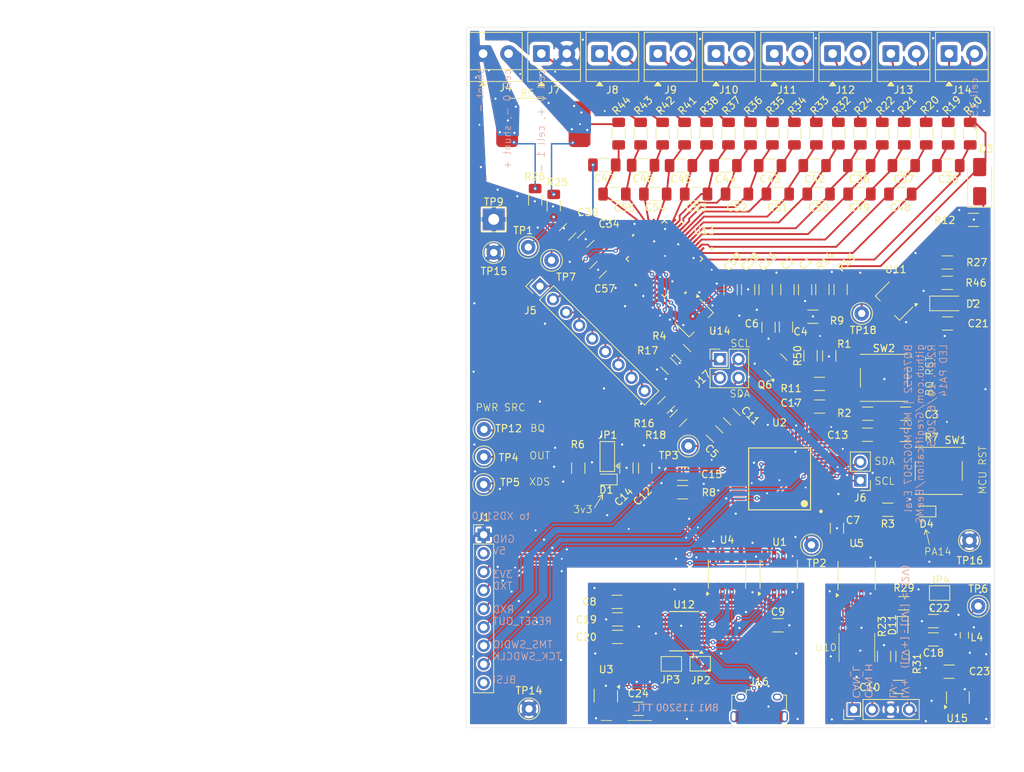
<source format=kicad_pcb>
(kicad_pcb (version 20241229) (generator "pcbnew") (generator_version "9.0")
  (layers (0 "F.Cu" signal) (2 "B.Cu" signal) (13 "F.Paste" user) (15 "B.Paste" user) (5 "F.SilkS" user "F.Silkscreen") (7 "B.SilkS" user "B.Silkscreen") (1 "F.Mask" user) (3 "B.Mask" user) (25 "Edge.Cuts" user))
  (net 0 "")
  (net 1 "RST_N")
  (net 2 "-BATT")
  (net 3 "VDD")
  (net 4 "/GLV CAN TRX/-GLV")
  (net 5 "Net-(D2-K)")
  (net 6 "/XDS_3v_supply")
  (net 7 "PA13_CAN_RX")
  (net 8 "PA12_CAN_TX")
  (net 9 "/XDS_5v_supply")
  (net 10 "Net-(U10-TXD)")
  (net 11 "onboard 3.3v src")
  (net 12 "PA19_SWDIO")
  (net 13 "PA11_UART0-RX_XDS")
  (net 14 "PA10_UART0-TX_XDS")
  (net 15 "/GLV CAN TRX/5v")
  (net 16 "Net-(U10-RXD)")
  (net 17 "/GLV CAN TRX/CAN_L")
  (net 18 "/GLV CAN TRX/CAN_H")
  (net 19 "PA20_SWCLK")
  (net 20 "Net-(U13-BAT)")
  (net 21 "PA16_I2C1_SDA")
  (net 22 "PA14")
  (net 23 "/BQ76952 16C/BAT")
  (net 24 "PA15_I2C1_SCL")
  (net 25 "Net-(J16-VBUS)")
  (net 27 "/GLV CAN TRX/CAN_VDD")
  (net 28 "Net-(R14-Pad2)")
  (net 29 "/UART_USB/GND")
  (net 30 "Net-(JP4-A)")
  (net 31 "Net-(U13-SRP)")
  (net 32 "Net-(U13-SRN)")
  (net 33 "Net-(U13-VC15)")
  (net 34 "Net-(U13-VC16)")
  (net 35 "Net-(U13-VC13)")
  (net 36 "Net-(U13-VC14)")
  (net 37 "Net-(U13-VC12)")
  (net 38 "Net-(U13-VC11)")
  (net 39 "Net-(U13-VC9)")
  (net 40 "Net-(U13-VC10)")
  (net 41 "Net-(U13-VC7)")
  (net 42 "Net-(U13-VC8)")
  (net 43 "Net-(U13-VC6)")
  (net 44 "Net-(U13-VC5)")
  (net 45 "Net-(U13-VC4)")
  (net 46 "Net-(U13-VC3)")
  (net 47 "Net-(U13-VC1)")
  (net 48 "Net-(U13-VC2)")
  (net 49 "Net-(U13-VC0)")
  (net 50 "Net-(U13-REG18)")
  (net 51 "Net-(U13-CP1)")
  (net 52 "/BQ76952 16C/1P")
  (net 53 "/BQ76952 16C/3P")
  (net 54 "/BQ76952 16C/2P")
  (net 55 "/BQ76952 16C/5P")
  (net 56 "/BQ76952 16C/4P")
  (net 57 "/BQ76952 16C/7P")
  (net 58 "/BQ76952 16C/6P")
  (net 59 "/BQ76952 16C/8P")
  (net 60 "/BQ76952 16C/9P")
  (net 61 "/BQ76952 16C/10P")
  (net 62 "/BQ76952 16C/11P")
  (net 63 "/BQ76952 16C/13P")
  (net 64 "/BQ76952 16C/12P")
  (net 65 "/BQ76952 16C/14P")
  (net 66 "/BQ76952 16C/15P")
  (net 67 "/BQ76952 16C/RST_SHUT")
  (net 68 "/BQ76952 16C/SCL")
  (net 69 "/BQ76952 16C/PACK_SENSE")
  (net 70 "/BQ76952 16C/LOAD_SENSE")
  (net 71 "/BQ76952 16C/SDA")
  (net 72 "PA8_UART0-RTS")
  (net 73 "/BQ76952 16C/TS1")
  (net 74 "/BQ76952 16C/TS2")
  (net 75 "/BQ76952 16C/TS3")
  (net 76 "/BQ76952 16C/HDQ")
  (net 77 "/BQ76952 16C/DFETOFF")
  (net 78 "/BQ76952 16C/DCHG")
  (net 79 "/BQ76952 16C/DDSG")
  (net 80 "/BQ76952 16C/ALERT")
  (net 81 "/BQ76952 16C/CFETOFF")
  (net 82 "Net-(U13-REGIN)")
  (net 83 "/BQ76952 16C/FUSE")
  (net 84 "Net-(U13-BREG)")
  (net 85 "/BQ76952 16C/DSG")
  (net 86 "/BQ76952 16C/CHG")
  (net 87 "/BQ76952 16C/PDSG")
  (net 89 "/BQ76952 16C/PCHG")
  (net 91 "/BQ0_5v")
  (net 92 "PA9_UART0-CTS")
  (net 93 "Net-(JP2-B)")
  (net 94 "Net-(JP2-A)")
  (net 95 "Net-(J16-D+)")
  (net 96 "Net-(J16-D-)")
  (net 97 "Net-(JP3-A)")
  (net 98 "/BQ76952 16C/1N")
  (net 99 "+BATT")
  (net 100 "Net-(D4-A)")
  (net 101 "Net-(D1-A)")
  (net 102 "PA21_A1_7_VREF-")
  (net 104 "Net-(D3-K)")
  (net 107 "Net-(U15-BST)")
  (net 108 "Net-(U15-SW)")
  (net 110 "Net-(U10-STBY)")
  (net 122 "Net-(U2-PB12)")
  (net 124 "Net-(D11-A)")
  (net 131 "Net-(R1-Pad2)")
  (net 133 "Net-(J17-Pin_1)")
  (net 134 "Net-(J17-Pin_3)")
  (net 136 "Net-(J7-Pin_2)")
  (net 140 "Net-(U12-~{RTS})")
  (net 141 "Net-(U12-~{CTS})")
  (net 142 "Net-(U1-INB)")
  (net 143 "Net-(U1-OUTA)")
  (net 144 "Net-(R27-Pad1)")
  (net 145 "Net-(Q6-S)")
  (net 179 "PA18")
  (net 180 "Net-(U2-PA2_ROSC)")
  (net 181 "Net-(U2-VCORE)")
  (footprint "TerminalBlock_MetzConnect:TerminalBlock_MetzConnect_Type059_RT06302HBWC_1x02_P3.50mm_Horizontal" (layer "F.Cu") (at 168.5 27.4175)
    (property "Reference" "J14")
    (property "Value" "Screw_Terminal_01x02")
  )
  (footprint "LED_SMD:LED_0603_1608Metric" (layer "F.Cu") (at 121.43 85.91 180)
    (property "Reference" "D1")
    (property "Value" "LED")
  )
  (footprint "Capacitor_SMD:C_1206_3216Metric_Pad1.33x1.80mm_HandSolder" (layer "F.Cu") (at 143.91773 42.79 180)
    (property "Reference" "C43")
    (property "Value" "220n")
  )
  (footprint "Capacitor_SMD:C_1206_3216Metric_Pad1.33x1.80mm_HandSolder" (layer "F.Cu") (at 126.76 84.3525 -90)
    (property "Reference" "C12")
    (property "Value" "220n")
  )
  (footprint "TerminalBlock_MetzConnect:TerminalBlock_MetzConnect_Type059_RT06302HBWC_1x02_P3.50mm_Horizontal" (layer "F.Cu") (at 144.5 27.4175)
    (property "Reference" "J11")
    (property "Value" "Screw_Terminal_01x02")
  )
  (footprint "Resistor_SMD:R_1206_3216Metric_Pad1.30x1.75mm_HandSolder" (layer "F.Cu") (at 123.116578 38.4 -90)
    (property "Reference" "R44")
    (property "Value" "50")
  )
  (footprint "zzLocalLibraries-Footprints:SOIC-8_4.9x6.0mm_P1.27mm" (layer "F.Cu") (at 155.79 108.98 -90)
    (property "Reference" "U10")
    (property "Value" "MCP2542FDxMF")
  )
  (footprint "Resistor_SMD:R_1206_3216Metric_Pad1.30x1.75mm_HandSolder" (layer "F.Cu") (at 135.187434 38.4 -90)
    (property "Reference" "R38")
    (property "Value" "50")
  )
  (footprint "Resistor_SMD:R_1206_3216Metric_Pad1.30x1.75mm_HandSolder" (layer "F.Cu") (at 152.04 68.94 -90)
    (property "Reference" "R1")
    (property "Value" "4.99k")
  )
  (footprint "Package_SO:SSOP-16_3.9x4.9mm_P0.635mm" (layer "F.Cu") (at 132.12 106.74 180)
    (property "Reference" "U12")
    (property "Value" "FT230XS")
  )
  (footprint "Connector_PinHeader_2.54mm:PinHeader_1x02_P2.54mm_Vertical" (layer "F.Cu") (at 156.31 86.035 180)
    (property "Reference" "J6")
    (property "Value" "Conn_01x02_Pin")
  )
  (footprint "Resistor_SMD:R_1206_3216Metric_Pad1.30x1.75mm_HandSolder" (layer "F.Cu") (at 131.87 68.51 -45)
    (property "Reference" "R4")
    (property "Value" "150")
  )
  (footprint "Package_SO:SOIC-8_3.9x4.9mm_P1.27mm" (layer "F.Cu") (at 145.1 98.9 90)
    (property "Reference" "U1")
    (property "Value" "ISO7721D")
  )
  (footprint "Capacitor_SMD:C_1206_3216Metric_Pad1.33x1.80mm_HandSolder" (layer "F.Cu") (at 166.3325 105.36 180)
    (property "Reference" "C22")
    (property "Value" "10u")
  )
  (footprint "Capacitor_SMD:C_1206_3216Metric_Pad1.33x1.80mm_HandSolder" (layer "F.Cu") (at 131.676595 42.79 180)
    (property "Reference" "C45")
    (property "Value" "220n")
  )
  (footprint "Resistor_SMD:R_1206_3216Metric_Pad1.30x1.75mm_HandSolder" (layer "F.Cu") (at 153.6 59.8 -90)
    (property "Reference" "R15")
    (property "Value" "4.99k")
  )
  (footprint "Capacitor_SMD:C_1206_3216Metric_Pad1.33x1.80mm_HandSolder" (layer "F.Cu") (at 140.9 59.8375 -90)
    (property "Reference" "C58")
    (property "Value" "100n")
  )
  (footprint "Resistor_SMD:R_1206_3216Metric_Pad1.30x1.75mm_HandSolder" (layer "F.Cu") (at 156.311431 38.4 -90)
    (property "Reference" "R24")
    (property "Value" "50")
  )
  (footprint "LED_SMD:LED_0603_1608Metric" (layer "F.Cu") (at 162.11 106.2075 -90)
    (property "Reference" "D11")
    (property "Value" "LED")
  )
  (footprint "Resistor_SMD:R_1206_3216Metric_Pad1.30x1.75mm_HandSolder" (layer "F.Cu") (at 162.1075 110.200001 90)
    (property "Reference" "R31")
    (property "Value" "750")
  )
  (footprint "Capacitor_SMD:C_1206_3216Metric_Pad1.33x1.80mm_HandSolder" (layer "F.Cu") (at 118.6 52.9 -135)
    (property "Reference" "C34")
    (property "Value" "100p")
  )
  (footprint "Capacitor_SMD:C_1206_3216Metric_Pad1.33x1.80mm_HandSolder" (layer "F.Cu") (at 156.191071 46.7 180)
    (property "Reference" "C49")
    (property "Value" "220n")
  )
  (footprint "Capacitor_SMD:C_1206_3216Metric_Pad1.33x1.80mm_HandSolder" (layer "F.Cu") (at 139.364286 46.7 180)
    (property "Reference" "C52")
    (property "Value" "220n")
  )
  (footprint "Connector_USB:USB_Micro-B_Amphenol_10118194-0001LF_Horizontal" (layer "F.Cu") (at 142.41 117.17)
    (property "Reference" "J16")
    (property "Value" "USB_B_Micro")
  )
  (footprint "TestPoint:TestPoint_Loop_D2.50mm_Drill1.0mm_LowProfile" (layer "F.Cu") (at 105.96 54.74)
    (property "Reference" "TP15")
    (property "Value" "TestPoint")
  )
  (footprint "Capacitor_SMD:C_1206_3216Metric_Pad1.33x1.80mm_HandSolder" (layer "F.Cu") (at 161.8 46.7 180)
    (property "Reference" "C48")
    (property "Value" "220n")
  )
  (footprint "Resistor_SMD:R_1206_3216Metric_Pad1.30x1.75mm_HandSolder" (layer "F.Cu") (at 150.276003 38.4 -90)
    (property "Reference" "R33")
    (property "Value" "50")
  )
  (footprint "Resistor_SMD:R_1206_3216Metric_Pad1.30x1.75mm_HandSolder" (layer "F.Cu") (at 149.8 63.55 180)
    (property "Reference" "R9")
    (property "Value" "4.99k")
  )
  (footprint "TestPoint:TestPoint_Loop_D2.50mm_Drill1.0mm_LowProfile" (layer "F.Cu") (at 113.9 55.8)
    (property "Reference" "TP7")
    (property "Value" "TestPoint")
  )
  (footprint "Capacitor_SMD:C_1206_3216Metric_Pad1.33x1.80mm_HandSolder" (layer "F.Cu") (at 153.1 92.6 90)
    (property "Reference" "C7")
    (property "Value" "220n")
  )
  (footprint "Capacitor_SMD:C_1206_3216Metric_Pad1.33x1.80mm_HandSolder" (layer "F.Cu") (at 131.9 85.11 180)
    (property "Reference" "C15")
    (property "Value" "100n")
  )
  (footprint "TestPoint:TestPoint_Loop_D2.50mm_Drill1.0mm_LowProfile" (layer "F.Cu") (at 132.7 81.31)
    (property "Reference" "TP3")
    (property "Value" "TestPoint")
  )
  (footprint "Resistor_SMD:R_1206_3216Metric_Pad1.30x1.75mm_HandSolder" (layer "F.Cu") (at 144.240575 38.4 -90)
    (property "Reference" "R35")
    (property "Value" "50")
  )
  (footprint "Capacitor_SMD:C_1206_3216Metric_Pad1.33x1.80mm_HandSolder" (layer "F.Cu") (at 122.5375 46.7 180)
    (property "Reference" "C55")
    (property "Value" "220n")
  )
  (footprint "Resistor_SMD:R_1206_3216Metric_Pad1.30x1.75mm_HandSolder" (layer "F.Cu") (at 132.16972 38.4 -90)
    (property "Reference" "R41")
    (property "Value" "50")
  )
  (footprint "TestPoint:TestPoint_Loop_D2.50mm_Drill1.0mm_LowProfile" (layer "F.Cu") (at 104.6 82.8)
    (property "Reference" "TP4")
    (property "Value" "TestPoint")
  )
  (footprint "Jumper:SolderJumper-3_P1.3mm_Open_Pad1.0x1.5mm" (layer "F.Cu") (at 121.5575 82.75 90)
    (property "Reference" "JP1")
    (property "Value" "SolderJumper_3_Open")
  )
  (footprint "zzLocalLibraries-Footprints:MSPM0G3507-64-IPC_A" (layer "F.Cu") (at 145.225 85.825 180)
    (property "Reference" "U2")
    (property "Value" "MCU-MSM0G3507SPM")
  )
  (footprint "Capacitor_SMD:C_1206_3216Metric_Pad1.33x1.80mm_HandSolder" (layer "F.Cu") (at 146.3 59.8375 -90)
    (property "Reference" "C2")
    (property "Value" "10u")
  )
  (footprint "Resistor_SMD:R_1206_3216Metric_Pad1.30x1.75mm_HandSolder" (layer "F.Cu") (at 138.205147 38.4 -90)
    (property "Reference" "R37")
    (property "Value" "50")
  )
  (footprint "Capacitor_SMD:C_1206_3216Metric_Pad1.33x1.80mm_HandSolder" (layer "F.Cu") (at 138.67 77.29 135)
    (property "Reference" "C11")
    (property "Value" "220n")
  )
  (footprint "Capacitor_SMD:C_1206_3216Metric_Pad1.33x1.80mm_HandSolder" (layer "F.Cu") (at 133.755357 46.7 180)
    (property "Reference" "C53")
    (property "Value" "220n")
  )
  (footprint "TerminalBlock_MetzConnect:TerminalBlock_MetzConnect_Type059_RT06302HBWC_1x02_P3.50mm_Horizontal" (layer "F.Cu") (at 104.5 27.4175)
    (property "Reference" "J4")
    (property "Value" "Screw_Terminal_01x02")
  )
  (footprint "Connector_PinHeader_2.54mm:PinHeader_1x04_P2.54mm_Vertical" (layer "F.Cu") (at 155.4 117.5 90)
    (property "Reference" "J3" (hide yes))
    (property "Value" "Conn_01x04_Pin")
  )
  (footprint "Capacitor_SMD:C_1206_3216Metric_Pad1.33x1.80mm_HandSolder" (layer "F.Cu") (at 125.8 117.4)
    (property "Reference" "C24")
    (property "Value" "10u")
  )
  (footprint "Resistor_SMD:R_1206_3216Metric_Pad1.30x1.75mm_HandSolder" (layer "F.Cu") (at 117.57 84.35 90)
    (property "Reference" "R6")
    (property "Value" "750")
  )
  (footprint "Capacitor_SMD:C_1206_3216Metric_Pad1.33x1.80mm_HandSolder" (layer "F.Cu") (at 138.5 59.8375 -90)
    (property "Reference" "C59")
    (property "Value" "100n")
  )
  (footprint "Resistor_SMD:R_1206_3216Metric_Pad1.30x1.75mm_HandSolder" (layer "F.Cu") (at 131.9 87.66)
    (property "Reference" "R8")
    (property "Value" "100k")
  )
  (footprint "Resistor_SMD:R_1206_3216Metric_Pad1.30x1.75mm_HandSolder" (layer "F.Cu") (at 147.258289 38.4 -90)
    (property "Reference" "R34")
    (property "Value" "50")
  )
  (footprint "Resistor_SMD:R_1206_3216Metric_Pad1.30x1.75mm_HandSolder" (layer "F.Cu") (at 162.346858 38.4 -90)
    (property "Reference" "R21")
    (property "Value" "50")
  )
  (footprint "Resistor_SMD:R_1206_3216Metric_Pad1.30x1.75mm_HandSolder" (layer "F.Cu") (at 131.32 77.47 45)
    (property "Reference" "R18")
    (property "Value" "4.99k")
  )
  (footprint "Diode_SMD:D_SOD-123" (layer "F.Cu") (at 168.204912 61.723223)
    (property "Reference" "D2")
    (property "Value" "36V")
  )
  (footprint "Capacitor_SMD:C_1206_3216Metric_Pad1.33x1.80mm_HandSolder" (layer "F.Cu") (at 136.301192 79.658808 135)
    (property "Reference" "C5")
    (property "Value" "220n")
  )
  (footprint "Capacitor_SMD:C_1206_3216Metric_Pad1.33x1.80mm_HandSolder" (layer "F.Cu") (at 150.72 75.89 180)
    (property "Reference" "C17")
    (property "Value" "100n")
  )
  (footprint "Connector_PinHeader_2.54mm:PinHeader_1x09_P2.54mm_Vertical" (layer "F.Cu") (at 112.311846 59.361846 45)
    (property "Reference" "J5")
    (property "Value" "Conn_01x09_Socket")
  )
  (footprint "Resistor_SMD:R_1206_3216Metric_Pad1.30x1.75mm_HandSolder" (layer "F.Cu") (at 126.134292 38.4 -90)
    (property "Reference" "R43")
    (property "Value" "50")
  )
  (footprint "Resistor_SMD:R_1206_3216Metric_Pad1.30x1.75mm_HandSolder" (layer "F.Cu") (at 162.3 102.9)
    (property "Reference" "R29")
    (property "Value" "4.99k")
  )
  (footprint "Resistor_SMD:R_1206_3216Metric_Pad1.30x1.75mm_HandSolder" (layer "F.Cu") (at 168.259912 56.1 180)
    (property "Reference" "R27")
    (property "Value" "100k")
  )
  (footprint "Package_TO_SOT_SMD:TSOT-23-6" (layer "F.Cu") (at 169.71 115.85 90)
    (property "Reference" "U15")
    (property "Value" "AP63203WU")
  )
  (footprint "TerminalBlock_MetzConnect:TerminalBlock_MetzConnect_Type059_RT06302HBWC_1x02_P3.50mm_Horizontal" (layer "F.Cu") (at 160.5 27.4175)
    (property "Reference" "J13")
    (property "Value" "Screw_Terminal_01x02")
  )
  (footprint "TerminalBlock_MetzConnect:TerminalBlock_MetzConnect_Type059_RT06302HBWC_1x02_P3.50mm_Horizontal" (layer "F.Cu") (at 120.5 27.4175)
    (property "Reference" "J8")
    (property "Value" "Screw_Terminal_01x02")
  )
  (footprint "Capacitor_SMD:C_1206_3216Metric_Pad1.33x1.80mm_HandSolder" (layer "F.Cu") (at 144.973214 46.7 180)
    (property "Reference" "C51")
    (property "Value" "220n")
  )
  (footprint "Capacitor_SMD:C_1206_3216Metric_Pad1.33x1.80mm_HandSolder" (layer "F.Cu") (at 161.55 114.4 180)
    (property "Reference" "C10")
    (property "Value" "10u")
  )
  (footprint "Package_SO:SOIC-8_3.9x4.9mm_P1.27mm" (layer "F.Cu") (at 155.805 99.1 90)
    (property "Reference" "U5")
    (property "Value" "ISO7721D")
  )
  (footprint "TestPoint:TestPoint_Loop_D2.50mm_Drill1.0mm_LowProfile" (layer "F.Cu") (at 149.6 94.9)
    (property "Reference" "TP2")
    (property "Value" "TestPoint")
  )
  (footprint "Capacitor_SMD:C_1206_3216Metric_Pad1.33x1.80mm_HandSolder" (layer "F.Cu") (at 162.279433 42.79 180)
    (property "Reference" "C37")
    (property "Value" "220n")
  )
  (footprint "Package_TO_SOT_SMD:SOT-89-3" (layer "F.Cu") (at 133.5 63.7 -45)
    (property "Reference" "U14")
    (property "Value" "FCX495")
  )
  (footprint "zzLocalLibraries-Footprints:BQ76952_PFB48_TEX" (layer "F.Cu") (at 129.4 55.6 -135)
    (property "Reference" "U13")
    (property "Value" "PBQ76952PFBT")
  )
  (footprint "Capacitor_SMD:C_1206_3216Metric_Pad1.33x1.80mm_HandSolder" (layer "F.Cu") (at 143.3 59.8375 -90)
    (property "Reference" "C16")
    (property "Value" "220n")
  )
  (footprint "Resistor_SMD:R_1206_3216Metric_Pad1.30x1.75mm_HandSolder" (layer "F.Cu") (at 153.293717 38.4 -90)
    (property "Reference" "R32")
    (property "Value" "50")
  )
  (footprint "TerminalBlock_MetzConnect:TerminalBlock_MetzConnect_Type059_RT06302HBWC_1x02_P3.50mm_Horizontal" (layer "F.Cu") (at 128.5 27.4175)
    (property "Reference" "J9")
    (property "Value" "Screw_Terminal_01x02")
  )
  (footprint "Resistor_SMD:R_1206_3216Metric_Pad1.30x1.75mm_HandSolder" (layer "F.Cu") (at 151.1 59.8 -90)
    (property "Reference" "R14")
    (property "Value" "4.99k")
  )
  (footprint "Jumper:SolderJumper-2_P1.3mm_Open_TrianglePad1.0x1.5mm" (layer "F.Cu") (at 134.315 111.21)
    (property "Reference" "JP2")
    (property "Value" "SolderJumper_2_Open")
  )
  (footprint "Capacitor_SMD:C_1206_3216Metric_Pad1.33x1.80mm_HandSolder" (layer "F.Cu") (at 168.5 112.3)
    (property "Reference" "C23")
    (property "Value" "100n")
  )
  (footprint "Resistor_SMD:R_1206_3216Metric_Pad1.30x1.75mm_HandSolder" (layer "F.Cu") (at 165.364572 38.4 -90)
    (property "Reference" "R20")
    (property "Value" "50")
  )
  (footprint "Jumper:SolderJumper-2_P1.3mm_Open_TrianglePad1.0x1.5mm" (layer "F.Cu") (at 167.2 101.5 180)
    (property "Reference" "JP4")
    (property "Value" "SolderJumper_2_Open" (hide yes))
  )
  (footprint "TestPoint:TestPoint_Loop_D2.50mm_Drill1.0mm_LowProfile" (layer "F.Cu") (at 110.7 54)
    (property "Reference" "TP1")
    (property "Value" "TestPoint")
  )
  (footprint "Capacitor_SMD:C_1206_3216Metric_Pad1.33x1.80mm_HandSolder" (layer "F.Cu") (at 166.3425 107.87 180)
    (property "Reference" "C18")
    (property "Value" "10u")
  )
  (footprint "Capacitor_SMD:C_1206_3216Metric_Pad1.33x1.80mm_HandSolder" (layer "F.Cu") (at 157.28 79.76 180)
    (property "Reference" "C13")
    (property "Value" "220n")
  )
  (footprint "Capacitor_SMD:C_1206_3216Metric_Pad1.33x1.80mm_HandSolder" (layer "F.Cu") (at 162.5225 76.87 180)
    (property "Reference" "C3")
    (property "Value" "100n")
  )
  (footprint "TestPoint:TestPoint_Loop_D2.50mm_Drill1.0mm_LowProfile" (layer "F.Cu") (at 172.5 103.3)
    (property "Reference" "TP6")
    (property "Value" "TestPoint")
  )
  (footprint "Capacitor_SMD:C_1206_3216Metric_Pad1.33x1.80mm_HandSolder" (layer "F.Cu") (at 121.15 42.7 180)
    (property "Reference" "C47")
    (property "Value" "220n")
  )
  (footprint "Resistor_SMD:R_1206_3216Metric_Pad1.30x1.75mm_HandSolder" (layer "F.Cu") (at 159.57 110.200001 -90)
    (property "Reference" "R23")
    (property "Value" "49.9k")
  )
  (footprint "Capacitor_SMD:C_1206_3216Metric_Pad1.33x1.80mm_HandSolder" (layer "F.Cu") (at 146.1 64.95 -90)
    (property "Reference" "C4")
    (property "Value" "10u")
  )
  (footprint "Capacitor_SMD:C_1206_3216Metric_Pad1.33x1.80mm_HandSolder" (layer "F.Cu") (at 168.4 42.79 180)
    (property "Reference" "C36")
    (property "Value" "220n")
  )
  (footprint "TestPoint:TestPoint_THTPad_3.0x3.0mm_Drill1.5mm" (layer "F.Cu") (at 105.96 50.18)
    (property "Reference" "TP9")
    (property "Value" "TestPoint")
  )
  (footprint "Resistor_SMD:R_1206_3216Metric_Pad1.30x1.75mm_HandSolder" (layer "F.Cu") (at 171.4 38.4 -90)
    (property "Reference" "R40")
    (property "Value" "50")
  )
  (footprint "Capacitor_SMD:C_1206_3216Metric_Pad1.33x1.80mm_HandSolder" (layer "F.Cu") (at 143.7 65 -90)
    (property "Reference" "C6")
    (property "Value" "10u")
  )
  (footprint "Capacitor_SMD:C_1206_3216Metric_Pad1.33x1.80mm_HandSolder" (layer "F.Cu") (at 120.3 57.1 -135)
    (property "Reference" "C57")
    (property "Value" "10u")
  )
  (footprint "TestPoint:TestPoint_Loop_D2.50mm_Drill1.0mm_LowProfile" (layer "F.Cu") (at 104.575 86.6)
    (property "Reference" "TP5")
    (property "Value" "TestPoint")
  )
  (footprint "Capacitor_SMD:C_1206_3216Metric_Pad1.33x1.80mm_HandSolder" (layer "F.Cu") (at 156.158865 42.79 180)
    (property "Reference" "C38")
    (property "Value" "220n")
  )
  (footprint "Capacitor_SMD:C_1206_3216Metric_Pad1.33x1.80mm_HandSolder" (layer "F.Cu") (at 168.289912 64.480939)
    (property "Reference" "C21")
    (property "Value" "220n")
  )
  (footprint "Package_TO_SOT_SMD:SOT-23-5_HandSoldering" (layer "F.Cu") (at 121.36 115.58 -90)
    (property "Reference" "U3")
    (property "Value" "19255A33A")
  )
  (footprint "Resistor_SMD:R_1206_3216Metric_Pad1.30x1.75mm_HandSolder" (layer "F.Cu") (at 111.65 47.5 -90)
    (property "Reference" "R26")
    (property "Value" "100")
  )
  (footprint "Resistor_SMD:R_1206_3216Metric_Pad1.30x1.75mm_HandSolder" (layer "F.Cu") (at 130.06 70.32 135)
    (property "Reference" "R17")
    (property "Value" "150")
  )
  (footprint "Button_Switch_SMD:SW_SPST_PTS645" (layer "F.Cu") (at 167.08 84.72)
    (property "Reference" "SW1")
    (property "Value" "SW_Push")
  )
  (footprint "Resistor_SMD:R_1206_3216Metric_Pad1.30x1.75mm_HandSolder" (layer "F.Cu") (at 168.259912 58.9)
    (property "Reference" "R46")
    (property "Value" "100k")
  )
  (footprint "TestPoint:TestPoint_Loop_D2.50mm_Drill1.0mm_LowProfile" (layer "F.Cu") (at 171.3 94.3)
    (property "Reference" "TP16")
    (property "Value" "TestPoint")
  )
  (footprint "Capacitor_SMD:C_1206_3216Metric_Pad1.33x1.80mm_HandSolder" (layer "F.Cu") (at 124.18 84.32 -90)
    (property "Reference" "C14")
    (property "Value" "10u")
  )
  (footprint "TerminalBlock_MetzConnect:TerminalBlock_MetzConnect_Type059_RT06302HBWC_1x02_P3.50mm_Horizontal" (layer "F.Cu") (at 136.5 27.4175)
    (property "Reference" "J10")
    (property "Value" "Screw_Terminal_01x02")
  )
  (footprint "TestPoint:TestPoint_Loop_D2.50mm_Drill1.0mm_LowProfile" (layer "F.Cu") (at 110.8 117.4)
    (property "Reference" "TP14")
    (property "Value" "TestPoint")
  )
  (footprint "Package_SO:SOIC-8_3.9x4.9mm_P1.27mm" (layer "F.Cu") (at 138 98.9 90)
    (property "Reference" "U4")
    (property "Value" "ISO7721D")
  )
  (footprint "Capacitor_SMD:C_1206_3216Metric_Pad1.33x1.80mm_HandSolder" (layer "F.Cu") (at 122.9675 105.12 180)
    (property "Reference" "C19")
    (property "Value" "220n")
  )
  (footprint "Capacitor_SMD:C_1206_3216Metric_Pad1.33x1.80mm_HandSolder" (layer "F.Cu") (at 128.146429 46.7 180)
    (property "Reference" "C54")
    (property "Value" "220n")
  )
  (footprint "Capacitor_SMD:C_1206_3216Metric_Pad1.33x1.80mm_HandSolder" (layer "F.Cu") (at 122.9025 102.71 180)
    (property "Reference" "C8")
    (property "Value" "10u")
  )
  (footprint "TerminalBlock_MetzConnect:TerminalBlock_MetzConnect_Type059_RT06302HBWC_1x02_P3.50mm_Horizontal" (layer "F.Cu") (at 152.5 27.4175)
    (property "Reference" "J12")
    (property "Value" "Screw_Terminal_01x02")
  )
  (footprint "LED_SMD:LED_0603_1608Metric" (layer "F.Cu") (at 165.2 90.3 180)
    (property "Reference" "D4")
    (property "Value" "LED")
  )
  (footprint "Package_TO_SOT_SMD:SOT-23" (layer "F.Cu") (at 144.706551 70.206551 135)
    (property "Reference" "Q6")
    (property "Value" "2N7002")
  )
  (footprint "Jumper:SolderJumper-2_P1.3mm_Open_TrianglePad1.0x1.5mm" (layer "F.Cu") (at 130.36 111.23)
    (property "Reference" "JP3")
    (property "Value" "SolderJumper_2_Open")
  )
  (footprint "Resistor_SMD:R_1206_3216Metric_Pad1.30x1.75mm_HandSolder" (layer "F.Cu") (at 141.222861 38.4 -90)
    (property "Reference" "R36")
    (property "Value" "50")
  )
  (footprint "Capacitor_SMD:C_1206_3216Metric_Pad1.33x1.80mm_HandSolder" (layer "F.Cu") (at 126.470568 42.75 180)
    (property "Reference" "C46")
    (property "Value" "220n")
  )
  (footprint "TestPoint:TestPoint_Loop_D2.50mm_Drill1.0mm_LowProfile" (layer "F.Cu") (at 156.5 63.1)
    (property "Reference" "TP18")
    (property "Value" "TestPoint")
  )
  (footprint "Resistor_SMD:R_1206_3216Metric_Pad1.30x1.75mm_HandSolder" (layer "F.Cu") (at 129.64 75.68 -135)
    (property "Reference" "R16")
    (property "Value" "4.99k")
  )
  (footprint "Resistor_SMD:R_1206_3216Metric_Pad1.30x1.75mm_HandSolder" (layer "F.Cu") (at 159.329145 38.4 -90)
    (property "Reference" "R22")
    (property "Value" "50")
  )
  (footprint "Diode_SMD:D_SMA" (layer "F.Cu") (at 172.7 44.999999 90)
    (property "Reference" "D3")
    (property "Value" "ES1D")
  )
  (footprint "Capacitor_SMD:C_1206_3216Metric_Pad1.33x1.80mm_HandSolder" (layer "F.Cu") (at 148.724432 59.8375 -90)
    (property "Reference" "C1")
    (property "Value" "10u")
  )
  (footprint "Capacitor_SMD:C_1206_3216Metric_Pad1.33x1.80mm_HandSolder" (layer "F.Cu") (at 145 105.93)
    (property "Reference" "C9")
    (property "Value" "220n")
  )
  (footprint "Capacitor_SMD:C_1206_3216Metric_Pad1.33x1.80mm_HandSolder" (layer "F.Cu") (at 122.9625 107.53 180)
    (property "Reference" "C20")
    (property "Value" "220n")
  )
  (footprint "TerminalBlock_MetzConnect:TerminalBlock_MetzConnect_Type059_RT06302HBWC_1x02_P3.50mm_Horizontal" (layer "F.Cu") (at 112.5 27.4175)
    (property "Reference" "J7")
    (property "Value" "Screw_Terminal_01x02")
  )
  (footprint "Resistor_SMD:R_1206_3216Metric_Pad1.30x1.75mm_HandSolder" (layer "F.Cu") (at 171.85 50.25 180)
    (property "Reference" "R12")
    (property "Value" "150")
  )
  (footprint "Connector_PinHeader_2.54mm:PinHeader_1x09_P2.54mm_Vertical" (layer "F.Cu") (at 104.575 93.495)
    (property "Reference" "J1")
    (property "Value" "Conn_01x09_Socket")
  )
  (footprint "Package_TO_SOT_SMD:SOT-89-3" (layer "F.Cu") (at 160.987868 61.412132 -135)
    (property "Reference" "U11")
    (property "Value" "FCX495")
  )
  (footprint "Resistor_SMD:R_1206_3216Metric_Pad1.30x1.75mm_HandSolder" (layer "F.Cu") (at 150.69 72.78 180)
    (property "Reference" "R11")
    (property "Value" "49.9k")
  )
  (footprint "Resistor_SMD:R_1206_3216Metric_Pad1.30x1.75mm_HandSolder" (layer "F.Cu") (at 160.09 90.06)
    (property "Reference" "R3")
    (property "Value" "750")
  )
  (footprint "Resistor_SMD:R_1206_3216Metric_Pad1.30x1.75mm_HandSolder" (layer "F.Cu") (at 129.152006 38.4 -90)
    (property "Reference" "R42")
    (property "Value" "50")
  )
  (footprint "Capacitor_SMD:C_1206_3216Metric_Pad1.33x1.80mm_HandSolder" (layer "F.Cu") (at 150.582143 46.7 180)
    (property "Reference" "C50")
    (property "Value" "220n")
  )
  (footprint "Resistor_SMD:R_1206_3216Metric_Pad1.30x1.75mm_HandSolder" (layer "F.Cu") (at 114.2 48.3 -90)
    (property "Reference" "R25")
    (property "Value" "100")
  )
  (footprint "Resistor_SMD:R_1206_3216Metric_Pad1.30x1.75mm_HandSolder" (layer "F.Cu") (at 162.48 79.79)
    (property "Reference" "R7")
    (property "Value" "49.9k")
  )
  (footprint "Button_Switch_SMD:SW_SPST_PTS645" (layer "F.Cu") (at 159.55 71.94)
    (property "Reference" "SW2")
    (property "Value" "SW_Push")
  )
  (footprint "NetTie:NetTie-2_SMD_Pad0.5mm" (layer "F.Cu") (at 116.646447 28.346447 -45)
    (property "Reference" "NT1" (hide yes))
    (property "Value" "NetTie_2" (hide yes))
  )
  (footprint "Inductor_SMD:L_0805_2012Metric_Pad1.05x1.20mm_HandSolder" (layer "F.Cu") (at 170.6 107.3 90)
    (property "Reference" "L4")
    (property "Value" "4.7u")
  )
  (footprint "Capacitor_SMD:C_1206_3216Metric_Pad1.33x1.80mm_HandSolder" (layer "F.Cu") (at 116.1 51.9 -135)
    (property "Reference" "C30")
    (property "Value" "100n")
  )
  (footprint "TestPoint:TestPoint_Loop_D2.50mm_Drill1.0mm_LowProfile" (layer "F.Cu") (at 104.625 79.025)
    (property "Reference" "TP12")
    (property "Value" "TestPoint")
  )
  (footprint "Connector_PinHeader_2.54mm:PinHeader_2x02_P2.54mm_Vertical" (layer "F.Cu") (at 137.045 69.385)
    (property "Reference" "J17")
    (property "Value" "Conn_02x02_Odd_Even")
  )
  (footprint "Resistor_SMD:R_1206_3216Metric_Pad1.30x1.75mm_HandSolder" (layer "F.Cu") (at 168.382286 38.4 -90)
    (property "Reference" "R19")
    (property "Value" "50")
  )
  (footprint "Resistor_SMD:R_1206_3216Metric_Pad1.30x1.75mm_HandSolder" (layer "F.Cu") (at 149.47 68.910001 -90)
    (property "Reference" "R50")
    (property "Value" "4.99k")
  )
  (footprint "Capacitor_SMD:C_1206_3216Metric_Pad1.33x1.80mm_HandSolder" (layer "F.Cu") (at 137.797163 42.79 180)
    (property "Reference" "C44")
    (property "Value" "220n")
  )
  (footprint "Resistor_SMD:R_1206_3216Metric_Pad1.30x1.75mm_HandSolder" (layer "F.Cu") (at 157.329999 76.87 180)
    (property "Reference" "R2")
    (property "Value" "49.9k")
  )
  (footprint "zzLocalLibraries-Footprints:R_shunt_3921" (layer "F.Cu") (at 110.6 37.1)
    (property "Reference" "R5")
    (property "Value" "1m")
  )
  (footprint "Capacitor_SMD:C_1206_3216Metric_Pad1.33x1.80mm_HandSolder" (layer "F.Cu") (at 150.038298 42.79 180)
    (property "Reference" "C42")
    (property "Value" "220n")
  )
  (gr_line (start 165.305025 92.805025) (end 165.092893 93.441421) (stroke (width 0.1)) (layer "F.SilkS"))
  (gr_line (start 165.305025 92.805025) (end 165.8 93.3) (stroke (width 0.1)) (layer "F.SilkS"))
  (gr_line (start 124.35 119) (end 127.7 119) (stroke (width 0.1)) (layer "F.SilkS"))
  (gr_line (start 165.092893 93.441421) (end 165.305025 92.805025) (stroke (width 0.1)) (layer "F.SilkS"))
  (gr_line (start 120.9 88) (end 120.3 88.3) (stroke (width 0.1)) (layer "F.SilkS"))
  (gr_line (start 119.8 89.8) (end 120.9 88) (stroke (width 0.1)) (layer "F.SilkS"))
  (gr_line (start 120.9 88) (end 120.9 88.7) (stroke (width 0.1)) (layer "F.SilkS"))
  (gr_line (start 165.8 94.855635) (end 165.305025 92.805025) (stroke (width 0.1)) (layer "F.SilkS"))
  (gr_line (start 120.3 88.3) (end 120.9 88) (stroke (width 0.1)) (layer "F.SilkS"))
  (gr_line (start 120.7 119) (end 122.2 119) (stroke (width 0.1)) (layer "F.SilkS"))
  (gr_line (start 120.9 88.7) (end 120.9 88) (stroke (width 0.1)) (layer "F.SilkS"))
  (gr_rect (start 102.2 23.8) (end 174.7 120) (stroke (width 0.05)) (fill no) (layer "Edge.Cuts"))
  (gr_text "XDS" (at 110.75 86.8 0) (layer "F.SilkS") (effects (font (size 1 1) (thickness 0.1)) (justify left bottom)))
  (gr_text "3v3" (at 116.8 90.6 0) (layer "F.SilkS") (effects (font (size 1 1) (thickness 0.1)) (justify left bottom)))
  (gr_text "SDA\n" (at 158.185 83.97 0) (layer "F.SilkS") (effects (font (size 1 1) (thickness 0.1)) (justify left bottom)))
  (gr_text "BQ RST" (at 166.4 74.5 90) (layer "F.SilkS") (effects (font (size 1 1) (thickness 0.1)) (justify left bottom)))
  (gr_text "PA14" (at 165 96.4 0) (layer "F.SilkS") (effects (font (size 1 1) (thickness 0.1)) (justify left bottom)))
  (gr_text "SDA\n" (at 138.3 74.7 0) (layer "F.SilkS") (effects (font (size 1 1) (thickness 0.1)) (justify left bottom)))
  (gr_text "PWR SRC" (at 103.4 76.6 0) (layer "F.SilkS") (effects (font (size 1 1) (thickness 0.1)) (justify left bottom)))
  (gr_text "MCU RST" (at 173.7 88 90) (layer "F.SilkS") (effects (font (size 1 1) (thickness 0.1)) (justify left bottom)))
  (gr_text "SCL" (at 158.185 86.71 0) (layer "F.SilkS") (effects (font (size 1 1) (thickness 0.1)) (justify left bottom)))
  (gr_text "SCL" (at 138.4 67.8 0) (layer "F.SilkS") (effects (font (size 1 1) (thickness 0.1)) (justify left bottom)))
  (gr_text "BQ" (at 110.9 79.45 0) (layer "F.SilkS") (effects (font (size 1 1) (thickness 0.1)) (justify left bottom)))
  (gr_text "OUT" (at 110.8 83.2 0) (layer "F.SilkS") (effects (font (size 1 1) (thickness 0.1)) (justify left bottom)))
  (gr_text "GND\n5V\n\n3V3\nTXD\n\nRXD\nRESET_OUT\n\nTMS_SWDIO\nTCK_SWDCLK\n\nBLSi" (at 105.75 114 0) (layer "B.SilkS") (effects (font (size 1 1) (thickness 0.1)) (justify right bottom mirror)))
  (gr_text "to XDS110" (at 111 91.5 0) (layer "B.SilkS") (effects (font (size 1 1) (thickness 0.1)) (justify left bottom mirror)))
  (gr_text "cell 15 +" (at 172.55 30.65 90) (layer "B.SilkS") (effects (font (size 1 1) (thickness 0.1)) (justify left bottom mirror)))
  (gr_text "cell 0 -, shunt +" (at 108.4 29.45 90) (layer "B.SilkS") (effects (font (size 1 1) (thickness 0.1)) (justify left bottom mirror)))
  (gr_text "LV+   ([LV+] - [LV-] < 32V)\nLV-\n\nCAN_H\nCAN_L" (at 155.1 115.95 270) (layer "B.SilkS") (effects (font (size 1 1) (thickness 0.1)) (justify left bottom mirror)))
  (gr_text "cell 0 +, cell 1 -" (at 113.05 29.5 90) (layer "B.SilkS") (effects (font (size 1 1) (thickness 0.1)) (justify left bottom mirror)))
  (gr_text "shunt -" (at 104.7 29.35 90) (layer "B.SilkS") (effects (font (size 1 1) (thickness 0.1)) (justify left bottom mirror)))
  (gr_text "BQ76952 | MSPM0G2507 Eval\ngithub.com/Gregification/BeeMS\nR2.2 . 10/6/2025\nLED PA14" (at 168.3 67.25 90) (layer "B.SilkS") (effects (font (size 1 1) (thickness 0.1)) (justify left bottom mirror)))
  (gr_text "8N1 115200 TTL" (at 136.85 117.9 0) (layer "B.SilkS") (effects (font (size 1 1) (thickness 0.1)) (justify left bottom mirror)))
  (segment (start 162.979 82.349) (end 163.1 82.47) (width 0.25) (layer "F.Cu") (net 1))
  (segment (start 153.039 82.349) (end 162.979 82.349) (width 0.25) (layer "F.Cu") (net 1))
  (segment (start 146.785 84.575) (end 149.88 81.48) (width 0.25) (layer "F.Cu") (net 1))
  (segment (start 139.549517 84.575) (end 137.425 84.575) (width 0.25) (layer "F.Cu") (net 1))
  (segment (start 137.425 84.575) (end 137.4 84.6) (width 0.25) (layer "F.Cu") (net 1))
  (segment (start 139.549517 84.575) (end 146.785 84.575) (width 0.25) (layer "F.Cu") (net 1))
  (segment (start 163.1 82.47) (end 163.1 82.26) (width 0.25) (layer "F.Cu") (net 1))
  (segment (start 164.085 81.275) (end 164.085 76.87) (width 0.25) (layer "F.Cu") (net 1))
  (segment (start 163.1 82.26) (end 164.085 81.275) (width 0.25) (layer "F.Cu") (net 1))
  (segment (start 152.17 81.48) (end 153.039 82.349) (width 0.25) (layer "F.Cu") (net 1))
  (segment (start 149.88 81.48) (end 152.17 81.48) (width 0.25) (layer "F.Cu") (net 1))
  (segment (start 163.1 82.47) (end 171.06 82.47) (width 0.25) (layer "F.Cu") (net 1))
  (via (at 137.4 84.6) (size 0.6) (drill 0.25) (layers "F.Cu" "B.Cu") (net 1))
  (segment (start 109.7 101.07) (end 104.575 106.195) (width 0.25) (layer "B.Cu") (net 1))
  (segment (start 114.1 92.1) (end 109.7 96.5) (width 0.25) (layer "B.Cu") (net 1))
  (segment (start 129.7 84.6) (end 122.2 92.1) (width 0.25) (layer "B.Cu") (net 1))
  (segment (start 109.7 96.5) (end 109.7 101.07) (width 0.25) (layer "B.Cu") (net 1))
  (segment (start 122.2 92.1) (end 114.1 92.1) (width 0.25) (layer "B.Cu") (net 1))
  (segment (start 137.4 84.6) (end 129.7 84.6) (width 0.25) (layer "B.Cu") (net 1))
  (segment (start 104.5 27.4175) (end 103.9825 27.4175) (width 0.6) (layer "F.Cu") (net 2))
  (via (at 130.5 68.9) (size 0.6) (drill 0.25) (layers "F.Cu" "B.Cu") (net 2))
  (via (at 108.75 39.6) (size 0.6) (drill 0.25) (layers "F.Cu" "B.Cu") (net 2))
  (via (at 123.6 81.1) (size 0.6) (drill 0.3) (layers "F.Cu" "B.Cu") (net 2))
  (via (at 141.7 83.6) (size 0.6) (drill 0.3) (layers "F.Cu" "B.Cu") (net 2))
  (via (at 111.7 92.9) (size 0.6) (drill 0.25) (layers "F.Cu" "B.Cu") (net 2))
  (via (at 103.3 61.7) (size 0.6) (drill 0.3) (layers "F.Cu" "B.Cu") (net 2))
  (via (at 132.4 93.9) (size 0.6) (drill 0.25) (layers "F.Cu" "B.Cu") (net 2))
  (via (at 141.8 70) (size 0.6) (drill 0.3) (layers "F.Cu" "B.Cu") (net 2))
  (via (at 158 85) (size 0.6) (drill 0.3) (layers "F.Cu" "B.Cu") (net 2))
  (via (at 114.25 84.15) (size 0.6) (drill 0.3) (layers "F.Cu" "B.Cu") (net 2))
  (via (at 133.8 96.6) (size 0.6) (drill 0.3) (layers "F.Cu" "B.Cu") (net 2))
  (via (at 105.3 29.7) (size 0.6) (drill 0.3) (layers "F.Cu" "B.Cu") (net 2))
  (via (at 112.3 75.2) (size 0.6) (drill 0.3) (layers "F.Cu" "B.Cu") (net 2))
  (via (at 113 64.5) (size 0.6) (drill 0.3) (layers "F.Cu" "B.Cu") (net 2))
  (via (at 115.6 51.4) (size 0.6) (drill 0.3) (layers "F.Cu" "B.Cu") (net 2))
  (via (at 132 64.7) (size 0.6) (drill 0.3) (layers "F.Cu" "B.Cu") (net 2))
  (via (at 165 60) (size 0.6) (drill 0.3) (layers "F.Cu" "B.Cu") (net 2))
  (via (at 131.5 69.9) (size 0.6) (drill 0.3) (layers "F.Cu" "B.Cu") (net 2))
  (via (at 118.6 52.9) (size 0.6) (drill 0.3) (layers "F.Cu" "B.Cu") (net 2))
  (via (at 126.2 75.5) (size 0.6) (drill 0.3) (layers "F.Cu" "B.Cu") (net 2))
  (via (at 171.855082 61.3) (size 0.6) (drill 0.3) (layers "F.Cu" "B.Cu") (net 2))
  (via (at 136.6 59) (size 0.6) (drill 0.3) (layers "F.Cu" "B.Cu") (net 2))
  (via (at 114.1 48.4) (size 0.6) (drill 0.3) (layers "F.Cu" "B.Cu") (net 2))
  (via (at 163.1 88.6) (size 0.6) (drill 0.25) (layers "F.Cu" "B.Cu") (net 2))
  (via (at 147.4 93.8) (size 0.6) (drill 0.3) (layers "F.Cu" "B.Cu") (net 2))
  (via (at 108.4 101.3) (size 0.6) (drill 0.3) (layers "F.Cu" "B.Cu") (net 2))
  (via (at 112.870729 94.170729) (size 0.6) (drill 0.3) (layers "F.Cu" "B.Cu") (net 2))
  (via (at 152.4 57.4) (size 0.6) (drill 0.3) (layers "F.Cu" "B.Cu") (net 2))
  (via (at 147.4 82.1) (size 0.6) (drill 0.3) (layers "F.Cu" "B.Cu") (net 2))
  (via (at 108.9 98) (size 0.6) (drill 0.25) (layers "F.Cu" "B.Cu") (net 2))
  (via (at 114 95.3) (size 0.6) (drill 0.3) (layers "F.Cu" "B.Cu") (net 2))
  (via (at 111.9 105.5) (size 0.6) (drill 0.3) (layers "F.Cu" "B.Cu") (net 2))
  (via (at 173.5 73.5) (size 0.6) (drill 0.3) (layers "F.Cu" "B.Cu") (net 2))
  (via (at 139.7 63.4) (size 0.6) (drill 0.3) (layers "F.Cu" "B.Cu") (net 2))
  (via (at 129 86.4) (size 0.6) (drill 0.3) (layers "F.Cu" "B.Cu") (net 2))
  (via (at 169.9 48.9) (size 0.6) (drill 0.3) (layers "F.Cu" "B.Cu") (net 2))
  (via (at 140.9 59.8) (size 0.6) (drill 0.3) (layers "F.Cu" "B.Cu") (net 2))
  (via (at 145.2 86) (size 0.6) (drill 0.25) (layers "F.Cu" "B.Cu") (net 2))
  (via (at 106.8 38.2) (size 0.6) (drill 0.3) (layers "F.Cu" "B.Cu") (net 2))
  (via (at 109 34.7) (size 0.6) (drill 0.3) (layers "F.Cu" "B.Cu") (net 2))
  (via (at 147.5 78.5) (size 0.6) (drill 0.3) (layers "F.Cu" "B.Cu") (net 2))
  (via (at 149.8 63.5) (size 0.6) (drill 0.3) (layers "F.Cu" "B.Cu") (net 2))
  (via (at 134.8 86.5) (size 0.6) (drill 0.3) (layers "F.Cu" "B.Cu") (net 2))
  (via (at 103.5 30.7) (size 0.6) (drill 0.25) (layers "F.Cu" "B.Cu") (net 2))
  (via (at 111.65 45.949999) (size 0.6) (drill 0.3) (layers "F.Cu" "B.Cu") (net 2))
  (via (at 121.55 90.8) (size 0.6) (drill 0.3) (layers "F.Cu" "B.Cu") (net 2))
  (via (at 129.5 55.2) (size 0.6) (drill 0.25) (layers "F.Cu" "B.Cu") (net 2))
  (via (at 136 62) (size 0.6) (drill 0.3) (layers "F.Cu" "B.Cu") (net 2))
  (via (at 115.5 86.2) (size 0.6) (drill 0.3) (layers "F.Cu" "B.Cu") (net 2))
  (via (at 168.2 78) (size 0.6) (drill 0.25) (layers "F.Cu" "B.Cu") (net 2))
  (via (at 134 92.5) (size 0.6) (drill 0.25) (layers "F.Cu" "B.Cu") (net 2))
  (via (at 136.3 65.5) (size 0.6) (drill 0.3) (layers "F.Cu" "B.Cu") (net 2))
  (via (at 103.1 110.2) (size 0.6) (drill 0.3) (layers "F.Cu" "B.Cu") (net 2))
  (via (at 135.9 83.2) (size 0.6) (drill 0.25) (layers "F.Cu" "B.Cu") (net 2))
  (via (at 106.5 97.9) (size 0.6) (drill 0.3) (layers "F.Cu" "B.Cu") (net 2))
  (via (at 103.4 84.8) (size 0.6) (drill 0.3) (layers "F.Cu" "B.Cu") (net 2))
  (via (at 110.7 104.1) (size 0.6) (drill 0.3) (layers "F.Cu" "B.Cu") (net 2))
  (via (at 131.3 53.6) (size 0.6) (drill 0.3) (layers "F.Cu" "B.Cu") (net 2))
  (via (at 167.9 66.2) (size 0.6) (drill 0.3) (layers "F.Cu" "B.Cu") (net 2))
  (via (at 103.2 71.1) (size 0.6) (drill 0.3) (layers "F.Cu" "B.Cu") (net 2))
  (via (at 115.3 96.795) (size 0.6) (drill 0.25) (layers "F.Cu" "B.Cu") (net 2))
  (via (at 121.5 50.8) (size 0.6) (drill 0.3) (layers "F.Cu" "B.Cu") (net 2))
  (via (at 153.1 92.6) (size 0.6) (drill 0.3) (layers "F.Cu" "B.Cu") (net 2))
  (via (at 109.2 47) (size 0.6) (drill 0.3) (layers "F.Cu" "B.Cu") (net 2))
  (via (at 139.9 74.4) (size 0.6) (drill 0.3) (layers "F.Cu" "B.Cu") (net 2))
  (via (at 106.5 46.1) (size 0.6) (drill 0.3) (layers "F.Cu" "B.Cu") (net 2))
  (via (at 119.5875 42.7) (size 0.6) (drill 0.25) (layers "F.Cu" "B.Cu") (net 2))
  (via (at 126.6 81.2) (size 0.6) (drill 0.3) (layers "F.Cu" "B.Cu") (net 2))
  (via (at 124.5 92.7) (size 0.6) (drill 0.25) (layers "F.Cu" "B.Cu") (net 2))
  (via (at 156.3 57.5) (size 0.6) (drill 0.3) (layers "F.Cu" "B.Cu") (net 2))
  (via (at 124 62.1) (size 0.6) (drill 0.3) (layers "F.Cu" "B.Cu") (net 2))
  (via (at 163.9 54.8) (size 0.6) (drill 0.3) (layers "F.Cu" "B.Cu") (net 2))
  (via (at 114.4 81.55) (size 0.6) (drill 0.3) (layers "F.Cu" "B.Cu") (net 2))
  (via (at 143.6 78.4) (size 0.6) (drill 0.3) (layers "F.Cu" "B.Cu") (net 2))
  (via (at 117.8 49.6) (size 0.6) (drill 0.3) (layers "F.Cu" "B.Cu") (net 2))
  (via (at 142 96.5) (size 0.6) (drill 0.3) (layers "F.Cu" "B.Cu") (net 2))
  (via (at 106.2 33.6) (size 0.6) (drill 0.3) (layers "F.Cu" "B.Cu") (net 2))
  (via (at 144.8 57.5) (size 0.6) (drill 0.3) (layers "F.Cu" "B.Cu") (net 2))
  (via (at 115.2 110.7) (size 0.6) (drill 0.3) (layers "F.Cu" "B.Cu") (net 2))
  (via (at 120.3 57.1) (size 0.6) (drill 0.3) (layers "F.Cu" "B.Cu") (net 2))
  (via (at 132.8 91.3) (size 0.6) (drill 0.3) (layers "F.Cu" "B.Cu") (net 2))
  (via (at 147.4 75.5) (size 0.6) (drill 0.3) (layers "F.Cu" "B.Cu") (net 2))
  (via (at 155.8 95) (size 0.6) (drill 0.3) (layers "F.Cu" "B.Cu") (net 2))
  (via (at 136.8 87.4) (size 0.6) (drill 0.3) (layers "F.Cu" "B.Cu") (net 2))
  (via (at 143.7 66.5625) (size 0.6) (drill 0.3) (layers "F.Cu" "B.Cu") (net 2))
  (via (at 139.2 90.6) (size 0.6) (drill 0.3) (layers "F.Cu" "B.Cu") (net 2))
  (via (at 134.2 60.2) (size 0.6) (drill 0.3) (layers "F.Cu" "B.Cu") (net 2))
  (via (at 142.1 62.6) (size 0.6) (drill 0.3) (layers "F.Cu" "B.Cu") (net 2))
  (via (at 162.6 64.3) (size 0.6) (drill 0.3) (layers "F.Cu" "B.Cu") (net 2))
  (via (at 121.1 73.4) (size 0.6) (drill 0.3) (layers "F.Cu" "B.Cu") (net 2))
  (via (at 150.8 66.2) (size 0.6) (drill 0.25) (layers "F.Cu" "B.Cu") (net 2))
  (via (at 104.2 43) (size 0.6) (drill 0.3) (layers "F.Cu" "B.Cu") (net 2))
  (via (at 122.7 59.6) (size 0.6) (drill 0.3) (layers "F.Cu" "B.Cu") (net 2))
  (via (at 133.4 55.5) (size 0.6) (drill 0.3) (layers "F.Cu" "B.Cu") (net 2))
  (via (at 106.8 87.2) (size 0.6) (drill 0.3) (layers "F.Cu" "B.Cu") (net 2))
  (via (at 153.9 81.7) (size 0.6) (drill 0.25) (layers "F.Cu" "B.Cu") (net 2))
  (via (at 152.3 78.7) (size 0.6) (drill 0.25) (layers "F.Cu" "B.Cu") (net 2))
  (via (at 130.4 76.5) (size 0.6) (drill 0.3) (layers "F.Cu" "B.Cu") (net 2))
  (via (at 128.8 63.4) (size 0.6) (drill 0.25) (layers "F.Cu" "B.Cu") (net 2))
  (via (at 129.5 51.5) (size 0.6) (drill 0.3) (layers "F.Cu" "B.Cu") (net 2))
  (via (at 148.724432 61.4) (size 0.6) (drill 0.3) (layers "F.Cu" "B.Cu") (net 2))
  (via (at 115.3 98.5) (size 0.6) (drill 0.3) (layers "F.Cu" "B.Cu") (net 2))
  (via (at 120.7 80) (size 0.6) (drill 0.3) (layers "F.Cu" "B.Cu") (net 2))
  (via (at 116.4 56) (size 0.6) (drill 0.3) (layers "F.Cu" "B.Cu") (net 2))
  (via (at 111.6 47.7) (size 0.6) (drill 0.3) (layers "F.Cu" "B.Cu") (net 2))
  (via (at 130.15 63.95) (size 0.6) (drill 0.3) (layers "F.Cu" "B.Cu") (net 2))
  (via (at 127.8 62.3) (size 0.6) (drill 0.3) (layers "F.Cu" "B.Cu") (net 2))
  (via (at 165.8 97.2) (size 0.6) (drill 0.3) (layers "F.Cu" "B.Cu") (net 2))
  (via (at 141.5 94.6) (size 0.6) (drill 0.3) (layers "F.Cu" "B.Cu") (net 2))
  (via (at 128 53.2) (size 0.6) (drill 0.3) (layers "F.Cu" "B.Cu") (net 2))
  (via (at 109.4 102.6) (size 0.6) (drill 0.3) (layers "F.Cu" "B.Cu") (net 2))
  (via (at 104 37.2) (size 0.6) (drill 0.25) (layers "F.Cu" "B.Cu") (net 2))
  (via (at 125.3 50.8) (size 0.6) (drill 0.3) (layers "F.Cu" "B.Cu") (net 2))
  (via (at 161 57.5) (size 0.6) (drill 0.3) (layers "F.Cu" "B.Cu") (net 2))
  (via (at 154.5 85.3) (size 0.6) (drill 0.3) (layers "F.Cu" "B.Cu") (net 2))
  (via (at 137.9 88.5) (size 0.6) (drill 0.3) (layers "F.Cu" "B.Cu") (net 2))
  (via (at 129.6 72.1) (size 0.6) (drill 0.3) (layers "F.Cu" "B.Cu") (net 2))
  (via (at 124.2 84.3) (size 0.6) (drill 0.3) (layers "F.Cu" "B.Cu") (net 2))
  (via (at 128.4 70.8) (size 0.6) (drill 0.3) (layers "F.Cu" "B.Cu") (net 2))
  (via (at 136.1 94.4) (size 0.6) (drill 0.3) (layers "F.Cu" "B.Cu") (net 2))
  (via (at 107.2 99.8) (size 0.6) (drill 0.3) (layers "F.Cu" "B.Cu") (net 2))
  (via (at 141 71.8) (size 0.6) (drill 0.3) (layers "F.Cu" "B.Cu") (net 2))
  (via (at 128.8 58.1) (size 0.6) (drill 0.25) (layers "F.Cu" "B.Cu") (net 2))
  (via (at 119.45 83.55) (size 0.6) (drill 0.3) (layers "F.Cu" "B.Cu") (net 2))
  (via (at 126.5 60.7) (size 0.6) (drill 0.3) (layers "F.Cu" "B.Cu") (net 2))
  (via (at 152 69) (size 0.6) (drill 0.3) (layers "F.Cu" "B.Cu") (net 2))
  (via (at 131 96.8) (size 0.6) (drill 0.3) (layers "F.Cu" "B.Cu") (net 2))
  (via (at 107.9 36.6) (size 0.6) (drill 0.3) (layers "F.Cu" "B.Cu") (net 2))
  (via (at 171.9 50.2) (size 0.6) (drill 0.3) (layers "F.Cu" "B.Cu") (net 2))
  (via (at 148.8 87) (size 0.6) (drill 0.25) (layers "F.Cu" "B.Cu") (net 2))
  (via (at 103.3 81.1) (size 0.6) (drill 0.3) (layers "F.Cu" "B.Cu") (net 2))
  (via (at 153.2 84.2) (size 0.6) (drill 0.25) (layers "F.Cu" "B.Cu") (net 2))
  (via (at 135.9 57.1) (size 0.6) (drill 0.25) (layers "F.Cu" "B.Cu") (net 2))
  (via (at 116 95.5) (size 0.6) (drill 0.3) (layers "F.Cu" "B.Cu") (net 2))
  (via (at 112 51.3) (size 0.6) (drill 0.3) (layers "F.Cu" "B.Cu") (net 2))
  (via (at 157.71 96.625) (size 0.6) (drill 0.3) (layers "F.Cu" "B.Cu") (net 2))
  (via (at 147.005 96.425) (size 0.6) (drill 0.25) (layers "F.Cu" "B.Cu") (net 2))
  (via (at 130.5 58.7) (size 0.6) (drill 0.3) (layers "F.Cu" "B.Cu") (net 2))
  (via (at 153.3 87.9) (size 0.6) (drill 0.3) (layers "F.Cu" "B.Cu") (net 2))
  (via (at 108.8 38.3) (size 0.6) (drill 0.3) (layers "F.Cu" "B.Cu") (net 2))
  (via (at 143.5 87.8) (size 0.6) (drill 0.25) (layers "F.Cu" "B.Cu") (net 2))
  (via (at 128.7 84.3) (size 0.6) (drill 0.3) (layers "F.Cu" "B.Cu") (net 2))
  (via (at 141.4 86.4) (size 0.6) (drill 0.25) (layers "F.Cu" "B.Cu") (net 2))
  (via (at 159.6 72.1) (size 0.6) (drill 0.3) (layers "F.Cu" "B.Cu") (net 2))
  (segment (start 111.65 39.8) (end 108.95 39.8) (width 0.2) (layer "B.Cu") (net 2))
  (segment (start 108.95 39.8) (end 108.75 39.6) (width 0.2) (layer "B.Cu") (net 2))
  (segment (start 111.65 45.949999) (end 111.65 39.8) (width 0.2) (layer "B.Cu") (net 2))
  (segment (start 119.5875 42.7) (end 119.5875 51.9125) (width 0.25) (layer "B.Cu") (net 2))
  (segment (start 119.5875 51.9125) (end 118.6 52.9) (width 0.25) (layer "B.Cu") (net 2))
  (segment (start 121.4825 82.825) (end 121.5575 82.75) (width 0.25) (layer "F.Cu") (net 3))
  (segment (start 133.4625 85.11) (end 133.4625 85.5425) (width 0.25) (layer "F.Cu") (net 3))
  (segment (start 133.4625 85.5425) (end 133.52 85.6) (width 0.25) (layer "F.Cu") (net 3))
  (segment (start 142.71 85.58) (end 142.705 85.575) (width 0.25) (layer "F.Cu") (net 3))
  (segment (start 132 83.91) (end 132 85.11) (width 0.25) (layer "F.Cu") (net 3))
  (segment (start 130.88 82.79) (end 132 83.91) (width 0.25) (layer "F.Cu") (net 3))
  (segment (start 143.2 97.8) (end 143.195 97.795) (width 0.25) (layer "F.Cu") (net 3))
  (segment (start 143.2 97.8) (end 150.2625 97.8) (width 0.25) (layer "F.Cu") (net 3))
  (segment (start 133.545 85.575) (end 139.549517 85.575) (width 0.25) (layer "F.Cu") (net 3))
  (segment (start 126.76 82.79) (end 130.88 82.79) (width 0.25) (layer "F.Cu") (net 3))
  (segment (start 153.9 97.4) (end 153.9 96.15) (width 0.25) (layer "F.Cu") (net 3))
  (segment (start 128.285715 76.563604) (end 124.18 82.7575) (width 0.25) (layer "F.Cu") (net 3))
  (segment (start 146.954616 83.81) (end 149.808616 80.956) (width 0.25) (layer "F.Cu") (net 3))
  (segment (start 133.52 85.6) (end 133.545 85.575) (width 0.25) (layer "F.Cu") (net 3))
  (segment (start 130.003984 78.296016) (end 128.285715 76.577747) (width 0.25) (layer "F.Cu") (net 3))
  (segment (start 158.8425 79.76) (end 160.9 79.76) (width 0.25) (layer "F.Cu") (net 3))
  (segment (start 136.2 97.4) (end 136.6 97.8) (width 0.25) (layer "F.Cu") (net 3))
  (segment (start 128.285715 76.577747) (end 128.285715 76.563604) (width 0.25) (layer "F.Cu") (net 3))
  (segment (start 124.1725 82.75) (end 124.18 82.7575) (width 0.25) (layer "F.Cu") (net 3))
  (segment (start 143.195 97.795) (end 143.195 96.425) (width 0.25) (layer "F.Cu") (net 3))
  (segment (start 126.7275 82.7575) (end 126.76 82.79) (width 0.25) (layer "F.Cu") (net 3))
  (segment (start 153.1 94.9625) (end 151.33125 96.73125) (width 0.25) (layer "F.Cu") (net 3))
  (segment (start 124.18 82.7575) (end 126.7275 82.7575) (width 0.25) (layer "F.Cu") (net 3))
  (segment (start 152.66875 95.39375) (end 153.9 96.625) (width 0.25) (layer "F.Cu") (net 3))
  (segment (start 150.2625 97.8) (end 151.33125 96.73125) (width 0.25) (layer "F.Cu") (net 3))
  (segment (start 153.1 94.1625) (end 153.1 94.9625) (width 0.25) (layer "F.Cu") (net 3))
  (segment (start 142.705 85.575) (end 139.549517 85.575) (width 0.25) (layer "F.Cu") (net 3))
  (segment (start 132 92.13) (end 136.095 96.225) (width 0.25) (layer "F.Cu") (net 3))
  (segment (start 104.6 82.8) (end 121.5075 82.8) (width 0.25) (layer "F.Cu") (net 3))
  (segment (start 160.9 79.76) (end 160.93 79.79) (width 0.25) (layer "F.Cu") (net 3))
  (segment (start 133.2 85.11) (end 133.4625 85.11) (width 0.25) (layer "F.Cu") (net 3))
  (segment (start 136.095 96.225) (end 136.095 97.295) (width 0.25) (layer "F.Cu") (net 3))
  (segment (start 142.73 83.81) (end 146.954616 83.81) (width 0.25) (layer "F.Cu") (net 3))
  (segment (start 157.6465 80.956) (end 158.8425 79.76) (width 0.25) (layer "F.Cu") (net 3))
  (segment (start 121.5075 82.8) (end 121.5575 82.75) (width 0.25) (layer "F.Cu") (net 3))
  (segment (start 151.33125 96.73125) (end 152.66875 95.39375) (width 0.25) (layer "F.Cu") (net 3))
  (segment (start 132 85.11) (end 132 92.13) (width 0.25) (layer "F.Cu") (net 3))
  (segment (start 133.4625 85.11) (end 132 85.11) (width 0.25) (layer "F.Cu") (net 3))
  (segment (start 149.808616 80.956) (end 157.6465 80.956) (width 0.25) (layer "F.Cu") (net 3))
  (segment (start 136.6 97.8) (end 143.2 97.8) (width 0.25) (layer "F.Cu") (net 3))
  (segment (start 136.095 97.295) (end 136.5 97.7) (width 0.25) (layer "F.Cu") (net 3))
  (segment (start 121.5575 82.75) (end 124.1725 82.75) (width 0.25) (layer "F.Cu") (net 3))
  (via (at 142.71 85.58) (size 0.6) (drill 0.25) (layers "F.Cu" "B.Cu") (net 3))
  (via (at 142.71 83.83) (size 0.6) (drill 0.25) (layers "F.Cu" "B.Cu") (net 3))
  (segment (start 142.71 85.58) (end 142.71 83.83) (width 0.25) (layer "B.Cu") (net 3))
  (segment (start 142.71 83.83) (end 142.73 83.81) (width 0.25) (layer "B.Cu") (net 3))
  (segment (start 164.855 105.445) (end 164.77 105.36) (width 0.2) (layer "F.Cu") (net 4))
  (segment (start 164.71 105.42) (end 164.77 105.36) (width 0.2) (layer "F.Cu") (net 4))
  (segment (start 160.545 117.434999) (end 160.479999 117.5) (width 0.2) (layer "F.Cu") (net 4))
  (via (at 165.3 111.8) (size 0.6) (drill 0.3) (layers "F.Cu" "B.Cu") (net 4))
  (via (at 159.57 108.65) (size 0.6) (drill 0.3) (layers "F.Cu" "B.Cu") (net 4))
  (via (at 158.2 114.6) (size 0.6) (drill 0.3) (layers "F.Cu" "B.Cu") (net 4))
  (via (at 152.1 101.25) (size 0.6) (drill 0.3) (layers "F.Cu" "B.Cu") (net 4))
  (via (at 166.1 116.3) (size 0.6) (drill 0.3) (layers "F.Cu" "B.Cu") (net 4))
  (via (at 173.6 118.8) (size 0.6) (drill 0.3) (layers "F.Cu" "B.Cu") (net 4))
  (via (at 171.9 106.2) (size 0.6) (drill 0.3) (layers "F.Cu" "B.Cu") (net 4))
  (via (at 169.4 107.2) (size 0.6) (drill 0.3) (layers "F.Cu" "B.Cu") (net 4))
  (via (at 172.8 101.4) (size 0.6) (drill 0.3) (layers "F.Cu" "B.Cu") (net 4))
  (via (at 170.66 114.7125) (size 0.6) (drill 0.3) (layers "F.Cu" "B.Cu") (net 4))
  (via (at 155.8 113) (size 0.6) (drill 0.3) (layers "F.Cu" "B.Cu") (net 4))
  (via (at 165.3 119.1) (size 0.6) (drill 0.3) (layers "F.Cu" "B.Cu") (net 4))
  (via (at 164.77 105.36) (size 0.6) (drill 0.3) (layers "F.Cu" "B.Cu") (net 4))
  (via (at 171.35 109.7) (size 0.6) (drill 0.3) (layers "F.Cu" "B.Cu") (net 4))
  (via (at 173.6 109.9) (size 0.6) (drill 0.3) (layers "F.Cu" "B.Cu") (net 4))
  (via (at 166 103.7) (size 0.6) (drill 0.3) (layers "F.Cu" "B.Cu") (net 4))
  (via (at 152.25 110.2) (size 0.6) (drill 0.3) (layers "F.Cu" "B.Cu") (net 4))
  (via (at 152.4 118.85) (size 0.6) (drill 0.3) (layers "F.Cu" "B.Cu") (net 4))
  (via (at 156.3 109.4) (size 0.6) (drill 0.3) (layers "F.Cu" "B.Cu") (net 4))
  (via (at 164.3 101) (size 0.6) (drill 0.3) (layers "F.Cu" "B.Cu") (net 4))
  (via (at 156.475 106.28) (size 0.6) (drill 0.3) (layers "F.Cu" "B.Cu") (net 4))
  (via (at 157.71 101.575) (size 0.6) (drill 0.3) (layers "F.Cu" "B.Cu") (net 4))
  (via (at 169.8 104.5) (size 0.6) (drill 0.3) (layers "F.Cu" "B.Cu") (net 4))
  (segment (start 166.709911 58.9) (end 166.709911 64.463438) (width 0.25) (layer "F.Cu") (net 5))
  (segment (start 166.554912 61.723223) (end 164.056675 61.723223) (width 0.25) (layer "F.Cu") (net 5))
  (segment (start 166.709911 64.463438) (end 166.727412 64.480939) (width 0.25) (layer "F.Cu") (net 5))
  (segment (start 164.056675 61.723223) (end 163.427386 61.093934) (width 0.25) (layer "F.Cu") (net 5))
  (segment (start 104.575 98.575) (end 106.7 96.45) (width 0.25) (layer "F.Cu") (net 6))
  (segment (start 106.7 88.725) (end 104.575 86.6) (width 0.25) (layer "F.Cu") (net 6))
  (segment (start 106.7 96.45) (end 106.7 88.725) (width 0.25) (layer "F.Cu") (net 6))
  (segment (start 104.575 86.6) (end 121.5575 84.05) (width 0.25) (layer "F.Cu") (net 6))
  (segment (start 156.44 90.14) (end 156.44 96.15) (width 0.25) (layer "F.Cu") (net 7))
  (segment (start 150.900483 87.075) (end 153.375 87.075) (width 0.25) (layer "F.Cu") (net 7))
  (segment (start 153.375 87.075) (end 156.44 90.14) (width 0.25) (layer "F.Cu") (net 7))
  (segment (start 155.17 90.616898) (end 155.17 96.15) (width 0.25) (layer "F.Cu") (net 8))
  (segment (start 150.900483 87.574999) (end 152.128101 87.574999) (width 0.25) (layer "F.Cu") (net 8))
  (segment (start 152.128101 87.574999) (end 155.17 90.616898) (width 0.25) (layer "F.Cu") (net 8))
  (segment (start 155.17 101) (end 155.17 101.1) (width 0.25) (layer "F.Cu") (net 10))
  (segment (start 158.6 102.9) (end 157.745 103.755) (width 0.2) (layer "F.Cu") (net 10))
  (segment (start 155.17 103.23) (end 155.74 103.8) (width 0.2) (layer "F.Cu") (net 10))
  (segment (start 155.74 103.8) (end 157.745 103.8) (width 0.2) (layer "F.Cu") (net 10))
  (segment (start 157.745 103.8) (end 157.745 104.955) (width 0.2) (layer "F.Cu") (net 10))
  (segment (start 157.745 106.28) (end 157.745 105.805) (width 0.2) (layer "F.Cu") (net 10))
  (segment (start 155.35 101.755) (end 155.17 101.575) (width 0.25) (layer "F.Cu") (net 10))
  (segment (start 155.17 101.575) (end 155.17 103.23) (width 0.2) (layer "F.Cu") (net 10))
  (segment (start 160.749999 102.9) (end 158.6 102.9) (width 0.2) (layer "F.Cu") (net 10))
  (segment (start 157.745 103.755) (end 157.745 104.955) (width 0.2) (layer "F.Cu") (net 10))
  (segment (start 157.745 104.955) (end 157.745 106.28) (width 0.2) (layer "F.Cu") (net 10))
  (segment (start 104.625 79.025) (end 121.5575 81.45) (width 0.25) (layer "F.Cu") (net 11))
  (segment (start 128.4 74.47) (end 128.4 72.05) (width 0.25) (layer "F.Cu") (net 11))
  (segment (start 140.8 67.7) (end 132.7 67.7) (width 0.25) (layer "F.Cu") (net 11))
  (segment (start 121.5575 81.3125) (end 128.4 74.47) (width 0.25) (layer "F.Cu") (net 11))
  (segment (start 127.1 61.081982) (end 127.969135 60.212847) (width 0.25) (layer "F.Cu") (net 11))
  (segment (start 121.5575 81.45) (end 121.5575 81.3125) (width 0.25) (layer "F.Cu") (net 11))
  (segment (start 128.4 72) (end 128.4 72.2) (width 0.25) (layer "F.Cu") (net 11))
  (segment (start 142.2 69.1) (end 140.8 67.7) (width 0.25) (layer "F.Cu") (net 11))
  (segment (start 132.7 67.7) (end 128.4 72) (width 0.25) (layer "F.Cu") (net 11))
  (segment (start 152.04 67.389999) (end 150.329999 69.1) (width 0.25) (layer "F.Cu") (net 11))
  (segment (start 128.4 72.05) (end 127.1 70.75) (width 0.25) (layer "F.Cu") (net 11))
  (segment (start 150.329999 69.1) (end 142.2 69.1) (width 0.25) (layer "F.Cu") (net 11))
  (segment (start 128.4 72.2) (end 128.4 72.05) (width 0.25) (layer "F.Cu") (net 11))
  (segment (start 127.1 70.75) (end 127.1 61.081982) (width 0.25) (layer "F.Cu") (net 11))
  (segment (start 150.900483 84.075001) (end 149.824999 84.075001) (width 0.25) (layer "F.Cu") (net 12))
  (segment (start 149.824999 84.075001) (end 148.5 85.4) (width 0.25) (layer "F.Cu") (net 12))
  (segment (start 148.5 85.4) (end 148.5 85.5) (width 0.25) (layer "F.Cu") (net 12))
  (via (at 148.5 85.5) (size 0.6) (drill 0.25) (layers "F.Cu" "B.Cu") (net 12))
  (segment (start 104.575 108.735) (end 111.8 101.51) (width 0.25) (layer "B.Cu") (net 12))
  (segment (start 138.1 87.2) (end 146.8 87.2) (width 0.25) (layer "B.Cu") (net 12))
  (segment (start 146.8 87.2) (end 148.5 85.5) (width 0.25) (layer "B.Cu") (net 12))
  (segment (start 111.8 96.6) (end 114.8 93.6) (width 0.25) (layer "B.Cu") (net 12))
  (segment (start 111.8 101.51) (end 111.8 96.6) (width 0.25) (layer "B.Cu") (net 12))
  (segment (start 131.7 93.6) (end 138.1 87.2) (width 0.25) (layer "B.Cu") (net 12))
  (segment (start 114.8 93.6) (end 131.7 93.6) (width 0.25) (layer "B.Cu") (net 12))
  (segment (start 145.475 93.2) (end 145.475 91.500483) (width 0.25) (layer "F.Cu") (net 13))
  (segment (start 145.715 93.44) (end 145.475 93.2) (width 0.25) (layer "F.Cu") (net 13))
  (segment (start 145.735 96.425) (end 145.715 96.405) (width 0.25) (layer "F.Cu") (net 13))
  (segment (start 109.49 96.2) (end 104.575 101.115) (width 0.25) (layer "F.Cu") (net 13))
  (segment (start 132.8 96.2) (end 109.49 96.2) (width 0.25) (layer "F.Cu") (net 13))
  (segment (start 145.715 96.405) (end 145.715 93.44) (width 0.25) (layer "F.Cu") (net 13))
  (via (at 132.8 96.2) (size 0.6) (drill 0.3) (layers "F.Cu" "B.Cu") (net 13))
  (via (at 145.735 96.425) (size 0.6) (drill 0.25) (layers "F.Cu" "B.Cu") (net 13))
  (segment (start 133.396 95.604) (end 132.8 96.2) (width 0.25) (layer "B.Cu") (net 13))
  (segment (start 145.094 95.604) (end 133.396 95.604) (width 0.25) (layer "B.Cu") (net 13))
  (segment (start 145.735 96.425) (end 145.735 96.245) (width 0.25) (layer "B.Cu") (net 13))
  (segment (start 145.735 96.245) (end 145.094 95.604) (width 0.25) (layer "B.Cu") (net 13))
  (segment (start 132.9 97.4) (end 110.83 97.4) (width 0.25) (layer "F.Cu") (net 14))
  (segment (start 144.975 93.125) (end 144.975 91.500483) (width 0.25) (layer "F.Cu") (net 14))
  (segment (start 144.445 93.655) (end 144.975 93.125) (width 0.25) (layer "F.Cu") (net 14))
  (segment (start 144.445 96.405) (end 144.445 93.655) (width 0.25) (layer "F.Cu") (net 14))
  (segment (start 144.465 96.425) (end 144.445 96.405) (width 0.25) (layer "F.Cu") (net 14))
  (segment (start 110.83 97.4) (end 104.575 103.655) (width 0.25) (layer "F.Cu") (net 14))
  (via (at 144.465 96.425) (size 0.6) (drill 0.3) (layers "F.Cu" "B.Cu") (net 14))
  (via (at 132.9 97.4) (size 0.6) (drill 0.3) (layers "F.Cu" "B.Cu") (net 14))
  (segment (start 144.465 96.425) (end 143.49 97.4) (width 0.25) (layer "B.Cu") (net 14))
  (segment (start 143.49 97.4) (end 132.9 97.4) (width 0.25) (layer "B.Cu") (net 14))
  (segment (start 166.275001 101.7) (end 162.7 101.7) (width 0.2) (layer "F.Cu") (net 15))
  (segment (start 166.475001 101.9) (end 166.275001 101.7) (width 0.2) (layer "F.Cu") (net 15))
  (segment (start 162.6 101.8) (end 162.7 101.7) (width 0.2) (layer "F.Cu") (net 15))
  (segment (start 153.93 109.37) (end 155.205 108.095) (width 0.2) (layer "F.Cu") (net 15))
  (segment (start 155.205 107.3) (end 155.231 107.326) (width 0.2) (layer "F.Cu") (net 15))
  (segment (start 155.205 106.28) (end 155.205 107.3) (width 0.2) (layer "F.Cu") (net 15))
  (segment (start 153.93 111.68) (end 153.93 109.37) (width 0.2) (layer "F.Cu") (net 15))
  (segment (start 155.205 106.28) (end 155.205 105.805) (width 0.2) (layer "F.Cu") (net 15))
  (segment (start 153.9 104.5) (end 153.9 101.575) (width 0.2) (layer "F.Cu") (net 15))
  (segment (start 155.205 105.805) (end 153.9 104.5) (width 0.2) (layer "F.Cu") (net 15))
  (segment (start 162.6 103.042) (end 162.6 101.8) (width 0.2) (layer "F.Cu") (net 15))
  (segment (start 155.231 107.326) (end 158.316 107.326) (width 0.2) (layer "F.Cu") (net 15))
  (segment (start 158.316 107.326) (end 162.6 103.042) (width 0.2) (layer "F.Cu") (net 15))
  (segment (start 155.205 108.095) (end 155.205 106.28) (width 0.2) (layer "F.Cu") (net 15))
  (segment (start 156.44 101.575) (end 156.44 101.58) (width 0.2) (layer "F.Cu") (net 16))
  (via (at 156.44 101.58) (size 0.6) (drill 0.3) (layers "F.Cu" "B.Cu") (net 16))
  (via (at 153.935 106.28) (size 0.6) (drill 0.3) (layers "F.Cu" "B.Cu") (net 16))
  (segment (start 156.44 101.58) (end 153.935 104.085) (width 0.2) (layer "B.Cu") (net 16))
  (segment (start 153.935 104.085) (end 153.935 106.28) (width 0.2) (layer "B.Cu") (net 16))
  (segment (start 155.21 111.68) (end 155.21 117.31) (width 0.2) (layer "F.Cu") (net 17))
  (segment (start 155.21 117.31) (end 155.4 117.5) (width 0.2) (layer "F.Cu") (net 17))
  (segment (start 157.94 115.74) (end 157.94 117.5) (width 0.2) (layer "F.Cu") (net 18))
  (segment (start 156.48 111.68) (end 156.48 114.28) (width 0.2) (layer "F.Cu") (net 18))
  (segment (start 156.48 114.28) (end 157.94 115.74) (width 0.2) (layer "F.Cu") (net 18))
  (segment (start 150.900483 83.575) (end 149.182128 83.575) (width 0.25) (layer "F.Cu") (net 19))
  (segment (start 149.182128 83.575) (end 144.257128 88.5) (width 0.25) (layer "F.Cu") (net 19))
  (segment (start 144.257128 88.5) (end 142.1 88.5) (width 0.25) (layer "F.Cu") (net 19))
  (via (at 142.1 88.5) (size 0.6) (drill 0.25) (layers "F.Cu" "B.Cu") (net 19))
  (segment (start 113.7 102.15) (end 113.7 96.6) (width 0.25) (layer "B.Cu") (net 19))
  (segment (start 139.1 88.5) (end 142.1 88.5) (width 0.25) (layer "B.Cu") (net 19))
  (segment (start 115.5 94.8) (end 132.8 94.8) (width 0.25) (layer "B.Cu") (net 19))
  (segment (start 113.7 96.6) (end 115.5 94.8) (width 0.25) (layer "B.Cu") (net 19))
  (segment (start 104.575 111.275) (end 113.7 102.15) (width 0.25) (layer "B.Cu") (net 19))
  (segment (start 132.8 94.8) (end 139.1 88.5) (width 0.25) (layer "B.Cu") (net 19))
  (segment (start 135.256982 58.275) (end 134.012847 57.030865) (width 0.25) (layer "F.Cu") (net 20))
  (segment (start 148.724432 58.275) (end 148.724432 59.8) (width 0.25) (layer "F.Cu") (net 20))
  (segment (start 160.47868 59.8) (end 161.306066 58.972614) (width 0.25) (layer "F.Cu") (net 20))
  (segment (start 138.4 58.375) (end 138.5 58.275) (width 0.25) (layer "F.Cu") (net 20))
  (segment (start 143.3 58.275) (end 144.8 58.275) (width 0.25) (layer "F.Cu") (net 20))
  (segment (start 156.6 59.8) (end 160.47868 59.8) (width 0.25) (layer "F.Cu") (net 20))
  (segment (start 143.6625 63.7) (end 143.5625 63.8) (width 0.25) (layer "F.Cu") (net 20))
  (segment (start 138.4 59.8) (end 138.4 58.375) (width 0.25) (layer "F.Cu") (net 20))
  (segment (start 156.5 59.9) (end 156.6 59.8) (width 0.25) (layer "F.Cu") (net 20))
  (segment (start 143.112499 58.249999) (end 143.1 58.2375) (width 0.25) (layer "F.Cu") (net 20))
  (segment (start 148.724432 58.275) (end 143.3 58.275) (width 0.25) (layer "F.Cu") (net 20))
  (segment (start 156.5 63.1) (end 156.5 59.9) (width 0.25) (layer "F.Cu") (net 20))
  (segment (start 144.8 63.7) (end 143.6625 63.7) (width 0.25) (layer "F.Cu") (net 20))
  (segment (start 143.3 58.275) (end 135.256982 58.275) (width 0.25) (layer "F.Cu") (net 20))
  (segment (start 148.724432 59.8) (end 156.6 59.8) (width 0.25) (layer "F.Cu") (net 20))
  (segment (start 144.8 58.275) (end 144.8 63.7) (width 0.25) (layer "F.Cu") (net 20))
  (segment (start 145.9375 63.7) (end 144.8 63.7) (width 0.25) (layer "F.Cu") (net 20))
  (via (at 138.4 59.8) (size 0.6) (drill 0.3) (layers "F.Cu" "B.Cu") (net 20))
  (via (at 133.3 63.5) (size 0.6) (drill 0.3) (layers "F.Cu" "B.Cu") (net 20))
  (segment (start 137 59.8) (end 133.3 63.5) (width 0.25) (layer "B.Cu") (net 20))
  (segment (start 138.4 59.8) (end 137 59.8) (width 0.25) (layer "B.Cu") (net 20))
  (segment (start 150.900483 85.575) (end 153.065 85.575) (width 0.25) (layer "F.Cu") (net 21))
  (segment (start 153.08 85.42) (end 156.065 83.495) (width 0.25) (layer "F.Cu") (net 21))
  (segment (start 153.065 85.575) (end 153.13 85.51) (width 0.25) (layer "F.Cu") (net 21))
  (segment (start 138.1 73.8) (end 139.585 72.265) (width 0.25) (layer "F.Cu") (net 21))
  (segment (start 153.13 85.51) (end 153.08 85.42) (width 0.25) (layer "F.Cu") (net 21))
  (segment (start 132.416016 76.373984) (end 138.1 73.8) (width 0.25) (layer "F.Cu") (net 21))
  (segment (start 132.056016 76.023984) (end 132.416016 76.373984) (width 0.25) (layer "F.Cu") (net 21))
  (segment (start 139.585 72.265) (end 139.585 71.925) (width 0.25) (layer "F.Cu") (net 21))
  (segment (start 156.065 83.495) (end 156.31 83.495) (width 0.25) (layer "F.Cu") (net 21))
  (via (at 153.08 85.42) (size 0.6) (drill 0.25) (layers "F.Cu" "B.Cu") (net 21))
  (segment (start 153.13 85.47) (end 153.08 85.42) (width 0.25) (layer "B.Cu") (net 21))
  (segment (start 153.08 85.42) (end 139.585 71.925) (width 0.25) (layer "B.Cu") (net 21))
  (segment (start 153.13 85.51) (end 153.13 85.47) (width 0.25) (layer "B.Cu") (net 21))
  (segment (start 157.611016 90.06) (end 158.539999 90.06) (width 0.25) (layer "F.Cu") (net 22))
  (segment (start 150.900483 86.575001) (end 154.126017 86.575001) (width 0.25) (layer "F.Cu") (net 22))
  (segment (start 154.126017 86.575001) (end 157.611016 90.06) (width 0.25) (layer "F.Cu") (net 22))
  (segment (start 166.3 56.1) (end 166.709911 56.1) (width 0.25) (layer "F.Cu") (net 23))
  (segment (start 170.299999 52.509912) (end 166.709911 56.1) (width 0.25) (layer "F.Cu") (net 23))
  (segment (start 162.304854 60.095146) (end 166.3 56.1) (width 0.25) (layer "F.Cu") (net 23))
  (segment (start 170.299999 50.25) (end 170.299999 52.509912) (width 0.25) (layer "F.Cu") (net 23))
  (segment (start 156.27 86.075) (end 156.31 86.035) (width 0.25) (layer "F.Cu") (net 24))
  (segment (start 130.376016 74.233984) (end 131.37 73.24) (width 0.25) (layer "F.Cu") (net 24))
  (segment (start 150.900483 86.075) (end 156.27 86.075) (width 0.25) (layer "F.Cu") (net 24))
  (segment (start 138.32 72.46) (end 138.32 70.65) (width 0.25) (layer "F.Cu") (net 24))
  (segment (start 131.37 73.24) (end 137.54 73.24) (width 0.25) (layer "F.Cu") (net 24))
  (segment (start 138.32 70.65) (end 139.585 69.385) (width 0.25) (layer "F.Cu") (net 24))
  (segment (start 156.31 86.08) (end 156.03 86.08) (width 0.25) (layer "F.Cu") (net 24))
  (segment (start 137.54 73.24) (end 138.32 72.46) (width 0.25) (layer "F.Cu") (net 24))
  (segment (start 156.28 86.08) (end 156.31 86.08) (width 0.25) (layer "B.Cu") (net 24))
  (segment (start 139.585 69.385) (end 156.28 86.08) (width 0.25) (layer "B.Cu") (net 24))
  (segment (start 120.8 112.9) (end 120.41 113.29) (width 0.2) (layer "F.Cu") (net 25))
  (segment (start 141.11 115.77) (end 141.11 115.095001) (width 0.2) (layer "F.Cu") (net 25))
  (segment (start 140.404999 114.39) (end 128.1 114.39) (width 0.2) (layer "F.Cu") (net 25))
  (segment (start 121.9 112.9) (end 120.8 112.9) (width 0.2) (layer "F.Cu") (net 25))
  (segment (start 122.31 114.23) (end 122.31 113.31) (width 0.2) (layer "F.Cu") (net 25))
  (segment (start 120.41 113.29) (end 120.41 114.23) (width 0.2) (layer "F.Cu") (net 25))
  (segment (start 122.31 113.31) (end 121.9 112.9) (width 0.2) (layer "F.Cu") (net 25))
  (segment (start 124.525 107.53) (end 124.525 112.63) (width 0.2) (layer "F.Cu") (net 25))
  (segment (start 124.37 114.23) (end 122.31 114.23) (width 0.2) (layer "F.Cu") (net 25))
  (segment (start 127.96 114.39) (end 128.1 114.39) (width 0.2) (layer "F.Cu") (net 25))
  (segment (start 124.525 112.63) (end 124.525 114.05) (width 0.2) (layer "F.Cu") (net 25))
  (segment (start 124.525 114.05) (end 124.525 114.175) (width 0.2) (layer "F.Cu") (net 25))
  (segment (start 124.54 114.4) (end 124.37 114.23) (width 0.2) (layer "F.Cu") (net 25))
  (segment (start 124.53 107.525) (end 124.525 107.53) (width 0.2) (layer "F.Cu") (net 25))
  (segment (start 124.53 105.12) (end 124.53 107.525) (width 0.2) (layer "F.Cu") (net 25))
  (segment (start 141.11 115.095001) (end 140.404999 114.39) (width 0.2) (layer "F.Cu") (net 25))
  (via (at 124.54 114.4) (size 0.6) (drill 0.3) (layers "F.Cu" "B.Cu") (net 25))
  (via (at 128.1 114.39) (size 0.6) (drill 0.3) (layers "F.Cu" "B.Cu") (net 25))
  (segment (start 124.865 114.39) (end 124.55 114.39) (width 0.2) (layer "B.Cu") (net 25))
  (segment (start 124.55 114.39) (end 124.54 114.4) (width 0.2) (layer "B.Cu") (net 25))
  (segment (start 128.1 114.39) (end 124.865 114.39) (width 0.2) (layer "B.Cu") (net 25))
  (segment (start 163.441 117.921) (end 163.02 117.5) (width 0.2) (layer "F.Cu") (net 27))
  (segment (start 169.71 117.29954) (end 169.08854 117.921) (width 0.2) (layer "F.Cu") (net 27))
  (segment (start 163.02 117.5) (end 163.02 115.07) (width 0.2) (layer "F.Cu") (net 27))
  (segment (start 169.08854 117.921) (end 163.441 117.921) (width 0.2) (layer "F.Cu") (net 27))
  (segment (start 169.71 116.9875) (end 170.66 116.9875) (width 0.2) (layer "F.Cu") (net 27))
  (segment (start 169.71 116.9875) (end 169.71 117.29954) (width 0.2) (layer "F.Cu") (net 27))
  (segment (start 163.02 115.07) (end 163.67 114.42) (width 0.2) (layer "F.Cu") (net 27))
  (segment (start 151.350001 61.600002) (end 151.1 61.350001) (width 0.25) (layer "F.Cu") (net 28))
  (segment (start 151.350001 63.55) (end 151.350001 61.600002) (width 0.25) (layer "F.Cu") (net 28))
  (segment (start 151.595999 61.846) (end 151.1 61.350001) (width 0.25) (layer "F.Cu") (net 28))
  (segment (start 129.52 107.0575) (end 129.5125 107.0575) (width 0.2) (layer "F.Cu") (net 29))
  (segment (start 147.005 105.875) (end 147.06 105.93) (width 0.2) (layer "F.Cu") (net 29))
  (segment (start 121.35 102.74) (end 121.35 102.35) (width 0.2) (layer "F.Cu") (net 29))
  (segment (start 121.4 105.115) (end 121.405 105.12) (width 0.2) (layer "F.Cu") (net 29))
  (segment (start 129.5125 107.0575) (end 129.51 107.06) (width 0.2) (layer "F.Cu") (net 29))
  (segment (start 131.575 106) (end 131.7 106) (width 0.2) (layer "F.Cu") (net 29))
  (segment (start 128.2325 107.0575) (end 128.23 107.06) (width 0.2) (layer "F.Cu") (net 29))
  (segment (start 121.365 102.755) (end 121.35 102.74) (width 0.2) (layer "F.Cu") (net 29))
  (via (at 127.4 113.7) (size 0.6) (drill 0.3) (layers "F.Cu" "B.Cu") (net 29))
  (via (at 137.2 109.8) (size 0.6) (drill 0.3) (layers "F.Cu" "B.Cu") (net 29))
  (via (at 143.7 114.3) (size 0.6) (drill 0.3) (layers "F.Cu" "B.Cu") (net 29))
  (via (at 130.8 101) (size 0.6) (drill 0.3) (layers "F.Cu" "B.Cu") (net 29))
  (via (at 141.2 113.1) (size 0.6) (drill 0.3) (layers "F.Cu" "B.Cu") (net 29))
  (via (at 147.7 118.8) (size 0.6) (drill 0.3) (layers "F.Cu" "B.Cu") (net 29))
  (via (at 143.7 117.1) (size 0.6) (drill 0.3) (layers "F.Cu" "B.Cu") (net 29))
  (via (at 147.5 109.8) (size 0.6) (drill 0.3) (layers "F.Cu" "B.Cu") (net 29))
  (via (at 121.405 105.12) (size 0.6) (drill 0.3) (layers "F.Cu" "B.Cu") (net 29))
  (via (at 141.5 101.4) (size 0.6) (drill 0.3) (layers "F.Cu" "B.Cu") (net 29))
  (via (at 125.9 106.1) (size 0.6) (drill 0.3) (layers "F.Cu" "B.Cu") (net 29))
  (via (at 139.7 106.3) (size 0.6) (drill 0.3) (layers "F.Cu" "B.Cu") (net 29))
  (via (at 132.5 118.8) (size 0.6) (drill 0.3) (layers "F.Cu" "B.Cu") (net 29))
  (via (at 119.9 109.8) (size 0.6) (drill 0.3) (layers "F.Cu" "B.Cu") (net 29))
  (via (at 121.36 114.23) (size 0.6) (drill 0.3) (layers "F.Cu" "B.Cu") (net 29))
  (via (at 146.5625 105.93) (size 0.6) (drill 0.3) (layers "F.Cu" "B.Cu") (net 29))
  (via (at 125.6 113.7) (size 0.6) (drill 0.3) (layers "F.Cu" "B.Cu") (net 29))
  (via (at 120 118.7) (size 0.6) (drill 0.3) (layers "F.Cu" "B.Cu") (net 29))
  (via (at 131.7 106) (size 0.6) (drill 0.3) (layers "F.Cu" "B.Cu") (net 29))
  (via (at 140.6 104.1) (size 0.6) (drill 0.3) (layers "F.Cu" "B.Cu") (net 29))
  (via (at 138 102.7) (size 0.6) (drill 0.3) (layers "F.Cu" "B.Cu") (net 29))
  (via (at 119.8 100.8) (size 0.6) (drill 0.3) (layers "F.Cu" "B.Cu") (net 29))
  (via (at 128.23 107.06) (size 0.6) (drill 0.3) (layers "F.Cu" "B.Cu") (net 29))
  (via (at 147.005 101.375) (size 0.6) (drill 0.3) (layers "F.Cu" "B.Cu") (net 29))
  (segment (start 170.6 106.15) (end 170.85 106.15) (width 0.2) (layer "F.Cu") (net 30))
  (segment (start 170.6 106.15) (end 170.6 105.2) (width 0.2) (layer "F.Cu") (net 30))
  (segment (start 170.59 106.23) (end 170.49 106.33) (width 0.2) (layer "F.Cu") (net 30))
  (segment (start 162.1075 111.750002) (end 163.522502 111.750002) (width 0.2) (layer "F.Cu") (net 30))
  (segment (start 167.895 105.36) (end 169.52 105.36) (width 0.2) (layer "F.Cu") (net 30))
  (segment (start 170.6 105.2) (end 172.5 103.3) (width 0.2) (layer "F.Cu") (net 30))
  (segment (start 167.83 105.425) (end 167.895 105.36) (width 0.2) (layer "F.Cu") (net 30))
  (segment (start 169.52 105.36) (end 170.49 106.33) (width 0.2) (layer "F.Cu") (net 30))
  (segment (start 167.83 107.87) (end 167.83 105.425) (width 0.2) (layer "F.Cu") (net 30))
  (segment (start 167.895 105.36) (end 167.895 102.100999) (width 0.2) (layer "F.Cu") (net 30))
  (segment (start 163.522502 111.750002) (end 168.76 116.9875) (width 0.2) (layer "F.Cu") (net 30))
  (segment (start 162.1075 111.750002) (end 163.949998 111.750002) (width 0.2) (layer "F.Cu") (net 30))
  (segment (start 167.895 102.100999) (end 167.924999 102.071) (width 0.2) (layer "F.Cu") (net 30))
  (segment (start 163.949998 111.750002) (end 167.83 107.87) (width 0.2) (layer "F.Cu") (net 30))
  (segment (start 168.76 116.9875) (end 168.7875 116.9875) (width 0.2) (layer "F.Cu") (net 30))
  (segment (start 168.7875 116.9875) (end 168.79 116.99) (width 0.2) (layer "F.Cu") (net 30))
  (segment (start 117.495146 50.795146) (end 118.495146 51.795146) (width 0.25) (layer "F.Cu") (net 31))
  (segment (start 117.204854 50.795146) (end 117.495146 50.795146) (width 0.25) (layer "F.Cu") (net 31))
  (segment (start 125.653554 51.5) (end 126.554921 52.401367) (width 0.25) (layer "F.Cu") (net 31))
  (segment (start 116.259709 49.850001) (end 117.204854 50.795146) (width 0.25) (layer "F.Cu") (net 31))
  (segment (start 118.495146 51.795146) (end 119.704854 51.795146) (width 0.25) (layer "F.Cu") (net 31))
  (segment (start 120 51.5) (end 125.653554 51.5) (width 0.25) (layer "F.Cu") (net 31))
  (segment (start 119.704854 51.795146) (end 120 51.5) (width 0.25) (layer "F.Cu") (net 31))
  (segment (start 114.2 49.850001) (end 116.259709 49.850001) (width 0.25) (layer "F.Cu") (net 31))
  (via (at 114.2 49.850001) (size 0.6) (drill 0.3) (layers "F.Cu" "B.Cu") (net 31))
  (segment (start 110.7 54) (end 114.2 50.5) (width 0.25) (layer "B.Cu") (net 31))
  (segment (start 114.2 50.5) (end 114.2 49.850001) (width 0.25) (layer "B.Cu") (net 31))
  (segment (start 117.495146 54.004854) (end 117.7 53.8) (width 0.25) (layer "F.Cu") (net 32))
  (segment (start 113.9 55.8) (end 113.9 54.1) (width 0.25) (layer "F.Cu") (net 32))
  (segment (start 116.495146 53.004854) (end 117.495146 54.004854) (width 0.25) (layer "F.Cu") (net 32))
  (segment (start 120.3 53.8) (end 121.7 52.4) (width 0.25) (layer "F.Cu") (net 32))
  (segment (start 113.9 54.1) (end 114.995146 53.004854) (width 0.25) (layer "F.Cu") (net 32))
  (segment (start 111.65 49.050001) (end 111.65 49.700001) (width 0.25) (layer "F.Cu") (net 32))
  (segment (start 114.954853 53.004854) (end 114.995146 53.004854) (width 0.25) (layer "F.Cu") (net 32))
  (segment (start 121.7 52.4) (end 125.139338 52.4) (width 0.25) (layer "F.Cu") (net 32))
  (segment (start 117.7 53.8) (end 120.3 53.8) (width 0.25) (layer "F.Cu") (net 32))
  (segment (start 114.995146 53.004854) (end 116.495146 53.004854) (width 0.25) (layer "F.Cu") (net 32))
  (segment (start 125.139338 52.4) (end 125.847813 53.108475) (width 0.25) (layer "F.Cu") (net 32))
  (segment (start 111.65 49.700001) (end 114.954853 53.004854) (width 0.25) (layer "F.Cu") (net 32))
  (segment (start 134.643713 54.8) (end 155.2625 54.8) (width 0.25) (layer "F.Cu") (net 33))
  (segment (start 155.2625 54.8) (end 163.3625 46.7) (width 0.25) (layer "F.Cu") (net 33))
  (segment (start 134.3664 54.522687) (end 134.643713 54.8) (width 0.25) (layer "F.Cu") (net 33))
  (segment (start 168.382286 39.950001) (end 166.8375 42.79) (width 0.25) (layer "F.Cu") (net 33))
  (segment (start 166.8375 43.225) (end 166.8375 42.79) (width 0.25) (layer "F.Cu") (net 33))
  (segment (start 163.3625 46.7) (end 166.8375 43.225) (width 0.25) (layer "F.Cu") (net 33))
  (segment (start 134.3664 56.677313) (end 135.343713 55.7) (width 0.25) (layer "F.Cu") (net 34))
  (segment (start 158.25 55.7) (end 169.9625 43.9875) (width 0.25) (layer "F.Cu") (net 34))
  (segment (start 171.4 39.950001) (end 169.9625 42.79) (width 0.25) (layer "F.Cu") (net 34))
  (segment (start 169.9625 43.9875) (end 169.9625 42.79) (width 0.25) (layer "F.Cu") (net 34))
  (segment (start 135.343713 55.7) (end 158.25 55.7) (width 0.25) (layer "F.Cu") (net 34))
  (segment (start 157.753571 46.7) (end 157.753571 46.196429) (width 0.25) (layer "F.Cu") (net 35))
  (segment (start 160.716933 43.233067) (end 160.716933 42.79) (width 0.25) (layer "F.Cu") (net 35))
  (segment (start 151.503571 52.95) (end 157.753571 46.7) (width 0.25) (layer "F.Cu") (net 35))
  (segment (start 162.346858 39.950001) (end 160.716933 42.79) (width 0.25) (layer "F.Cu") (net 35))
  (segment (start 133.659292 53.81558) (end 134.524872 52.95) (width 0.25) (layer "F.Cu") (net 35))
  (segment (start 157.753571 46.196429) (end 160.716933 43.233067) (width 0.25) (layer "F.Cu") (net 35))
  (segment (start 134.524872 52.95) (end 151.503571 52.95) (width 0.25) (layer "F.Cu") (net 35))
  (segment (start 160.2375 46.7) (end 152.9875 53.95) (width 0.25) (layer "F.Cu") (net 36))
  (segment (start 135.65 53.95) (end 135.34746 53.64746) (width 0.25) (layer "F.Cu") (net 36))
  (segment (start 160.2375 46.7) (end 160.2375 46.5125) (width 0.25) (layer "F.Cu") (net 36))
  (segment (start 152.9875 53.95) (end 135.65 53.95) (width 0.25) (layer "F.Cu") (net 36))
  (segment (start 134.622913 53.65) (end 134.531982 53.65) (width 0.25) (layer "F.Cu") (net 36))
  (segment (start 135.34746 53.64746) (end 134.625453 53.64746) (width 0.25) (layer "F.Cu") (net 36))
  (segment (start 165.364572 39.950001) (end 163.841933 42.79) (width 0.25) (layer "F.Cu") (net 36))
  (segment (start 163.841933 42.908067) (end 163.841933 42.79) (width 0.25) (layer "F.Cu") (net 36))
  (segment (start 134.531982 53.65) (end 134.012847 54.169135) (width 0.25) (layer "F.Cu") (net 36))
  (segment (start 160.2375 46.5125) (end 163.841933 42.908067) (width 0.25) (layer "F.Cu") (net 36))
  (segment (start 134.625453 53.64746) (end 134.622913 53.65) (width 0.25) (layer "F.Cu") (net 36))
  (segment (start 134.567767 52.2) (end 133.30574 53.462027) (width 0.25) (layer "F.Cu") (net 37))
  (segment (start 157.721365 43.428635) (end 154.628571 46.521429) (width 0.25) (layer "F.Cu") (net 37))
  (segment (start 154.628571 46.7) (end 149.128571 52.2) (width 0.25) (layer "F.Cu") (net 37))
  (segment (start 159.329145 39.950001) (end 157.721365 42.79) (width 0.25) (layer "F.Cu") (net 37))
  (segment (start 149.128571 52.2) (end 134.567767 52.2) (width 0.25) (layer "F.Cu") (net 37))
  (segment (start 157.721365 42.79) (end 157.721365 43.428635) (width 0.25) (layer "F.Cu") (net 37))
  (segment (start 154.628571 46.521429) (end 154.628571 46.7) (width 0.25) (layer "F.Cu") (net 37))
  (segment (start 156.311431 39.950001) (end 154.596365 42.79) (width 0.25) (layer "F.Cu") (net 38))
  (segment (start 147.444643 51.4) (end 152.144643 46.7) (width 0.25) (layer "F.Cu") (net 38))
  (segment (start 154.596365 43.653635) (end 154.596365 42.79) (width 0.25) (layer "F.Cu") (net 38))
  (segment (start 152.144643 46.105357) (end 154.596365 43.653635) (width 0.25) (layer "F.Cu") (net 38))
  (segment (start 152.144643 46.7) (end 152.144643 46.105357) (width 0.25) (layer "F.Cu") (net 38))
  (segment (start 132.952187 53.108475) (end 134.660662 51.4) (width 0.25) (layer "F.Cu") (net 38))
  (segment (start 134.660662 51.4) (end 147.444643 51.4) (width 0.25) (layer "F.Cu") (net 38))
  (segment (start 150.276003 39.950001) (end 148.475798 42.79) (width 0.25) (layer "F.Cu") (net 39))
  (segment (start 134.846446 49.8) (end 143.533616 49.8) (width 0.25) (layer "F.Cu") (net 39))
  (segment (start 146.535714 46.7) (end 146.535714 45.764286) (width 0.25) (layer "F.Cu") (net 39))
  (segment (start 132.245079 52.401367) (end 134.846446 49.8) (width 0.25) (layer "F.Cu") (net 39))
  (segment (start 146.535714 46.797902) (end 146.535714 46.7) (width 0.25) (layer "F.Cu") (net 39))
  (segment (start 146.535714 45.764286) (end 148.475798 42.79) (width 0.25) (layer "F.Cu") (net 39))
  (segment (start 143.533616 49.8) (end 146.535714 46.797902) (width 0.25) (layer "F.Cu") (net 39))
  (segment (start 134.753554 50.6) (end 132.598633 52.754921) (width 0.25) (layer "F.Cu") (net 40))
  (segment (start 145.119643 50.6) (end 134.753554 50.6) (width 0.25) (layer "F.Cu") (net 40))
  (segment (start 153.293717 39.950001) (end 151.600798 42.79) (width 0.25) (layer "F.Cu") (net 40))
  (segment (start 149.019643 46.7) (end 151.600798 42.79) (width 0.25) (layer "F.Cu") (net 40))
  (segment (start 149.019643 46.7) (end 145.119643 50.6) (width 0.25) (layer "F.Cu") (net 40))
  (segment (start 134.4 48.5) (end 132.8 50.1) (width 0.25) (layer "F.Cu") (net 41))
  (segment (start 140.926786 46.7) (end 139.126786 48.5) (width 0.25) (layer "F.Cu") (net 41))
  (segment (start 144.240575 39.950001) (end 142.35523 42.79) (width 0.25) (layer "F.Cu") (net 41))
  (segment (start 132.8 50.432233) (end 131.537973 51.69426) (width 0.25) (layer "F.Cu") (net 41))
  (segment (start 139.126786 48.5) (end 134.4 48.5) (width 0.25) (layer "F.Cu") (net 41))
  (segment (start 142.35523 42.79) (end 140.926786 46.7) (width 0.25) (layer "F.Cu") (net 41))
  (segment (start 132.8 50.1) (end 132.8 50.432233) (width 0.25) (layer "F.Cu") (net 41))
  (segment (start 143.410714 46.139286) (end 145.48023 42.79) (width 0.25) (layer "F.Cu") (net 42))
  (segment (start 134.839338 49.1) (end 131.891525 52.047813) (width 0.25) (layer "F.Cu") (net 42))
  (segment (start 141.010714 49.1) (end 134.839338 49.1) (width 0.25) (layer "F.Cu") (net 42))
  (segment (start 147.258289 39.950001) (end 145.48023 42.79) (width 0.25) (layer "F.Cu") (net 42))
  (segment (start 143.410714 46.7) (end 141.010714 49.1) (width 0.25) (layer "F.Cu") (net 42))
  (segment (start 143.410714 46.7) (end 143.410714 46.139286) (width 0.25) (layer "F.Cu") (net 42))
  (segment (start 139.359663 42.79) (end 137.801786 46.7) (width 0.25) (layer "F.Cu") (net 43))
  (segment (start 132 50.05) (end 134.154 47.896) (width 0.25) (layer "F.Cu") (net 43))
  (segment (start 134.154 47.896) (end 136.605786 47.896) (width 0.25) (layer "F.Cu") (net 43))
  (segment (start 131.18442 51.340708) (end 132 50.525128) (width 0.25) (layer "F.Cu") (net 43))
  (segment (start 132 50.525128) (end 132 50.05) (width 0.25) (layer "F.Cu") (net 43))
  (segment (start 136.605786 47.896) (end 137.801786 46.7) (width 0.25) (layer "F.Cu") (net 43))
  (segment (start 141.222861 39.950001) (end 139.359663 42.79) (width 0.25) (layer "F.Cu") (net 43))
  (segment (start 131.5 49.65) (end 134.45 46.7) (width 0.25) (layer "F.Cu") (net 44))
  (segment (start 134.45 46.7) (end 135.317857 46.7) (width 0.25) (layer "F.Cu") (net 44))
  (segment (start 131.5 50.318018) (end 131.5 49.65) (width 0.25) (layer "F.Cu") (net 44))
  (segment (start 138.205147 39.950001) (end 136.234663 42.79) (width 0.25) (layer "F.Cu") (net 44))
  (segment (start 136.234663 42.79) (end 135.317857 46.7) (width 0.25) (layer "F.Cu") (net 44))
  (segment (start 130.830865 50.987153) (end 131.5 50.318018) (width 0.25) (layer "F.Cu") (net 44))
  (segment (start 130.477313 50.6336) (end 132.192857 46.7) (width 0.25) (layer "F.Cu") (net 45))
  (segment (start 135.187434 39.950001) (end 133.239095 42.79) (width 0.25) (layer "F.Cu") (net 45))
  (segment (start 133.239095 42.79) (end 132.192857 46.7) (width 0.25) (layer "F.Cu") (net 45))
  (segment (start 130.114095 42.79) (end 129.708929 46.7) (width 0.25) (layer "F.Cu") (net 46))
  (segment (start 132.16972 39.950001) (end 130.114095 42.79) (width 0.25) (layer "F.Cu") (net 46))
  (segment (start 129.708929 46.7) (end 128.322687 50.6336) (width 0.25) (layer "F.Cu") (net 46))
  (segment (start 124.908068 42.75) (end 124.1 46.7) (width 0.25) (layer "F.Cu") (net 47))
  (segment (start 127.61558 51.340708) (end 126.8 50.5) (width 0.25) (layer "F.Cu") (net 47))
  (segment (start 126.134292 39.950001) (end 124.908068 42.75) (width 0.25) (layer "F.Cu") (net 47))
  (segment (start 126.8 50.5) (end 124.1 46.7) (width 0.25) (layer "F.Cu") (net 47))
  (segment (start 128.033068 42.75) (end 126.583929 46.7) (width 0.25) (layer "F.Cu") (net 48))
  (segment (start 128.033068 42.75) (end 129.152006 39.950001) (width 0.25) (layer "F.Cu") (net 48))
  (segment (start 127.2 50.2) (end 126.583929 46.7) (width 0.25) (layer "F.Cu") (net 48))
  (segment (start 127.969135 50.987153) (end 127.2 50.2) (width 0.25) (layer "F.Cu") (net 48))
  (segment (start 123.116578 39.950001) (end 123.116578 42.295922) (width 0.25) (layer "F.Cu") (net 49))
  (segment (start 123.116578 42.295922) (end 122.7125 42.7) (width 0.25) (layer "F.Cu") (net 49))
  (segment (start 126.5 50.9) (end 120.975 46.7) (width 0.25) (layer "F.Cu") (net 49))
  (segment (start 122.7125 42.7) (end 120.975 46.7) (width 0.25) (layer "F.Cu") (net 49))
  (segment (start 126.5 50.9) (end 127.239235 51.639235) (width 0.25) (layer "F.Cu") (net 49))
  (arc (start 127.239235 51.639235) (mid 127.256103 51.664481) (end 127.262027 51.69426) (width 0.25) (layer "F.Cu") (net 49))
  (segment (start 121.404854 55.995146) (end 122.961141 55.995146) (width 0.25) (layer "F.Cu") (net 50))
  (segment (start 122.961141 55.995146) (end 124.4336 54.522687) (width 0.25) (layer "F.Cu") (net 50))
  (segment (start 138.5 61.4) (end 137.674872 61.4) (width 0.25) (layer "F.Cu") (net 51))
  (segment (start 138.5 61.4) (end 143.3 61.4) (width 0.25) (layer "F.Cu") (net 51))
  (segment (start 137.674872 61.4) (end 133.659292 57.38442) (width 0.25) (layer "F.Cu") (net 51))
  (segment (start 126.099999 36.849999) (end 126.134292 36.849999) (width 0.25) (layer "F.Cu") (net 52))
  (segment (start 112.5 27.4175) (end 126.099999 36.849999) (width 0.25) (layer "F.Cu") (net 52))
  (segment (start 112.5 27.5) (end 113 28) (width 0.6) (layer "F.Cu") (net 52))
  (segment (start 120.5 27.4175) (end 132.16972 36.849999) (width 0.25) (layer "F.Cu") (net 53))
  (segment (start 129.152006 36.849999) (end 117 28.7) (width 0.25) (layer "F.Cu") (net 54))
  (segment (start 128.5 27.4175) (end 137.932499 36.849999) (width 0.25) (layer "F.Cu") (net 55))
  (segment (start 137.932499 36.849999) (end 138.205147 36.849999) (width 0.25) (layer "F.Cu") (net 55))
  (segment (start 124 27.85) (end 124 27.4175) (width 0.25) (layer "F.Cu") (net 56))
  (segment (start 135.187434 36.849999) (end 124 27.85) (width 0.25) (layer "F.Cu") (net 56))
  (segment (start 144.240575 36.849999) (end 136.5 27.4175) (width 0.25) (layer "F.Cu") (net 57))
  (segment (start 141.222861 36.640361) (end 132 27.4175) (width 0.25) (layer "F.Cu") (net 58))
  (segment (start 141.222861 36.849999) (end 141.222861 36.640361) (width 0.25) (layer "F.Cu") (net 58))
  (segment (start 147.258289 36.849999) (end 140 27.4175) (width 0.25) (layer "F.Cu") (net 59))
  (segment (start 150.276003 36.849999) (end 144.5 27.4175) (width 0.25) (layer "F.Cu") (net 60))
  (segment (start 148 27.4175) (end 153.293717 36.849999) (width 0.25) (layer "F.Cu") (net 61))
  (segment (start 156.311431 36.849999) (end 152.5 27.4175) (width 0.25) (layer "F.Cu") (net 62))
  (segment (start 160.5 27.4175) (end 162.346858 36.849999) (width 0.25) (layer "F.Cu") (net 63))
  (segment (start 160.5 27.4175) (end 160.5 28.5) (width 0.25) (layer "F.Cu") (net 63))
  (segment (start 159.329145 36.849999) (end 156 27.4175) (width 0.25) (layer "F.Cu") (net 64))
  (segment (start 165.364572 36.849999) (end 164 27.4175) (width 0.25) (layer "F.Cu") (net 65))
  (segment (start 168.5 36.732285) (end 168.382286 36.849999) (width 0.25) (layer "F.Cu") (net 66))
  (segment (start 168.5 27.4175) (end 168.5 36.732285) (width 0.25) (layer "F.Cu") (net 66))
  (segment (start 128.18 58.78) (end 129.39 59.99) (width 0.25) (layer "F.Cu") (net 67))
  (segment (start 131.1 65.4) (end 131.13 65.4) (width 0.25) (layer "F.Cu") (net 67))
  (segment (start 131.13 65.4) (end 132.43 66.7) (width 0.25) (layer "F.Cu") (net 67))
  (segment (start 130.17 61.61) (end 130.3 61.61) (width 0.25) (layer "F.Cu") (net 67))
  (segment (start 127.262027 59.50574) (end 127.987767 58.78) (width 0.25) (layer "F.Cu") (net 67))
  (segment (start 148.73 68.1) (end 149.47 67.36) (width 0.25) (layer "F.Cu") (net 67))
  (segment (start 129.39 60.83) (end 130.17 61.61) (width 0.25) (layer "F.Cu") (net 67))
  (segment (start 130.85 65.15) (end 131.1 65.4) (width 0.25) (layer "F.Cu") (net 67))
  (segment (start 142.5 68.1) (end 148.73 68.1) (width 0.25) (layer "F.Cu") (net 67))
  (segment (start 129.39 59.99) (end 129.39 60.83) (width 0.25) (layer "F.Cu") (net 67))
  (segment (start 141.1 66.7) (end 142.5 68.1) (width 0.25) (layer "F.Cu") (net 67))
  (segment (start 149.09 66.98) (end 149.47 67.36) (width 0.25) (layer "F.Cu") (net 67))
  (segment (start 127.987767 58.78) (end 128.18 58.78) (width 0.25) (layer "F.Cu") (net 67))
  (segment (start 132.43 66.7) (end 141.1 66.7) (width 0.25) (layer "F.Cu") (net 67))
  (via (at 130.3 61.61) (size 0.6) (drill 0.25) (layers "F.Cu" "B.Cu") (net 67))
  (via (at 130.85 65.15) (size 0.6) (drill 0.3) (layers "F.Cu" "B.Cu") (net 67))
  (segment (start 130.9 62.21) (end 130.3 61.61) (width 0.25) (layer "B.Cu") (net 67))
  (segment (start 130.85 65.15) (end 130.9 65.1) (width 0.25) (layer "B.Cu") (net 67))
  (segment (start 130.9 65.1) (end 130.9 62.21) (width 0.25) (layer "B.Cu") (net 67))
  (segment (start 127.812161 55.94) (end 125.878018 55.94) (width 0.25) (layer "F.Cu") (net 68))
  (segment (start 129.44 62.6) (end 129.44 66.08) (width 0.25) (layer "F.Cu") (net 68))
  (segment (start 129.67 57.797839) (end 129.63608 57.76392) (width 0.25) (layer "F.Cu") (net 68))
  (segment (start 125.878018 55.94) (end 124.787153 57.030865) (width 0.25) (layer "F.Cu") (net 68))
  (segment (start 129.44 66.08) (end 130.773984 67.413984) (width 0.25) (layer "F.Cu") (net 68))
  (segment (start 129.44 62.5) (end 129.44 62.6) (width 0.25) (layer "F.Cu") (net 68))
  (segment (start 129.63608 57.76392) (end 127.812161 55.94) (width 0.25) (layer "F.Cu") (net 68))
  (via (at 129.63608 57.76392) (size 0.6) (drill 0.25) (layers "F.Cu" "B.Cu") (net 68))
  (via (at 129.44 62.6) (size 0.6) (drill 0.25) (layers "F.Cu" "B.Cu") (net 68))
  (segment (start 129.67 62.27) (end 129.44 62.5) (width 0.25) (layer "B.Cu") (net 68))
  (segment (start 129.67 57.797839) (end 129.67 62.27) (width 0.25) (layer "B.Cu") (net 68))
  (segment (start 147.199998 64.6) (end 139.6 64.6) (width 0.25) (layer "F.Cu") (net 69))
  (segment (start 132.846446 59.4) (end 132.245079 58.798633) (width 0.25) (layer "F.Cu") (net 69))
  (segment (start 134.4 59.4) (end 132.846446 59.4) (width 0.25) (layer "F.Cu") (net 69))
  (segment (start 139.6 64.6) (end 134.4 59.4) (width 0.25) (layer "F.Cu") (net 69))
  (segment (start 148.249999 63.55) (end 147.199998 64.6) (width 0.25) (layer "F.Cu") (net 69))
  (segment (start 132.860338 60.121) (end 133.121 60.121) (width 0.25) (layer "F.Cu") (net 70))
  (segment (start 153.6 61.350001) (end 153.6 64.3) (width 0.25) (layer "F.Cu") (net 70))
  (segment (start 152.6 65.3) (end 150.5 65.3) (width 0.25) (layer "F.Cu") (net 70))
  (segment (start 138.3 65.3) (end 150.5 65.3) (width 0.25) (layer "F.Cu") (net 70))
  (segment (start 131.891525 59.152187) (end 132.860338 60.121) (width 0.25) (layer "F.Cu") (net 70))
  (segment (start 133.121 60.121) (end 138.3 65.3) (width 0.25) (layer "F.Cu") (net 70))
  (segment (start 151.1 65.3) (end 151.3 65.3) (width 0.25) (layer "F.Cu") (net 70))
  (segment (start 150.5 65.3) (end 151.1 65.3) (width 0.25) (layer "F.Cu") (net 70))
  (segment (start 153.6 64.3) (end 152.6 65.3) (width 0.25) (layer "F.Cu") (net 70))
  (segment (start 126.862746 56.862746) (end 125.662382 56.862746) (width 0.25) (layer "F.Cu") (net 71))
  (segment (start 125.662382 56.862746) (end 125.140708 57.38442) (width 0.25) (layer "F.Cu") (net 71))
  (segment (start 128.14 68.4) (end 128.963984 69.223984) (width 0.25) (layer "F.Cu") (net 71))
  (segment (start 128.6 62.5) (end 128.14 62.96) (width 0.25) (layer "F.Cu") (net 71))
  (segment (start 127.745 57.745) (end 127.7 57.7) (width 0.25) (layer "F.Cu") (net 71))
  (segment (start 128.6 62) (end 128.6 62.5) (width 0.25) (layer "F.Cu") (net 71))
  (segment (start 127.7 57.7) (end 126.862746 56.862746) (width 0.25) (layer "F.Cu") (net 71))
  (segment (start 128.14 62.96) (end 128.14 68.4) (width 0.25) (layer "F.Cu") (net 71))
  (via (at 127.7 57.7) (size 0.6) (drill 0.25) (layers "F.Cu" "B.Cu") (net 71))
  (via (at 128.6 62) (size 0.6) (drill 0.25) (layers "F.Cu" "B.Cu") (net 71))
  (segment (start 128.14 58.14) (end 127.745 57.745) (width 0.25) (layer "B.Cu") (net 71))
  (segment (start 128.14 61.54) (end 128.14 58.14) (width 0.25) (layer "B.Cu") (net 71))
  (segment (start 128.6 62) (end 128.14 61.54) (width 0.25) (layer "B.Cu") (net 71))
  (segment (start 138.635 96.225) (end 138.635 94.565) (width 0.25) (layer "F.Cu") (net 72))
  (segment (start 139.7575 93.4425) (end 143.2575 93.4425) (width 0.25) (layer "F.Cu") (net 72))
  (segment (start 138.635 94.565) (end 139.7575 93.4425) (width 0.25) (layer "F.Cu") (net 72))
  (segment (start 143.975 92.725) (end 143.975 91.500483) (width 0.25) (layer "F.Cu") (net 72))
  (segment (start 143.2575 93.4425) (end 143.975 92.725) (width 0.25) (layer "F.Cu") (net 72))
  (segment (start 115.903948 62.953948) (end 115.903948 62.946052) (width 0.25) (layer "F.Cu") (net 73))
  (segment (start 126.015935 54.319849) (end 126.015935 53.983702) (width 0.25) (layer "F.Cu") (net 73))
  (segment (start 126.015935 54.074633) (end 126.015935 53.983702) (width 0.25) (layer "F.Cu") (net 73))
  (segment (start 125.49426 53.462027) (end 126.015935 53.983702) (width 0.25) (layer "F.Cu") (net 73))
  (segment (start 117.381836 62.953948) (end 126.015935 54.319849) (width 0.25) (layer "F.Cu") (net 73))
  (segment (start 115.903948 62.953948) (end 117.381836 62.953948) (width 0.25) (layer "F.Cu") (net 73))
  (segment (start 125.140708 53.81558) (end 124.425128 53.1) (width 0.25) (layer "F.Cu") (net 74))
  (segment (start 114.542103 61.157897) (end 114.107897 61.157897) (width 0.25) (layer "F.Cu") (net 74))
  (segment (start 124.425128 53.1) (end 122.6 53.1) (width 0.25) (layer "F.Cu") (net 74))
  (segment (start 122.6 53.1) (end 114.542103 61.157897) (width 0.25) (layer "F.Cu") (net 74))
  (segment (start 124.787153 54.169135) (end 124.265478 53.64746) (width 0.25) (layer "F.Cu") (net 75))
  (segment (start 124.265478 53.64746) (end 123.55254 53.64746) (width 0.25) (layer "F.Cu") (net 75))
  (segment (start 123.55254 53.64746) (end 122.7 54.5) (width 0.25) (layer "F.Cu") (net 75))
  (segment (start 114.838154 59.361846) (end 112.311846 59.361846) (width 0.25) (layer "F.Cu") (net 75))
  (segment (start 118.6 55.6) (end 114.838154 59.361846) (width 0.25) (layer "F.Cu") (net 75))
  (via (at 122.7 54.5) (size 0.6) (drill 0.3) (layers "F.Cu" "B.Cu") (net 75))
  (via (at 118.6 55.6) (size 0.6) (drill 0.3) (layers "F.Cu" "B.Cu") (net 75))
  (segment (start 119.7 54.5) (end 118.6 55.6) (width 0.25) (layer "B.Cu") (net 75))
  (segment (start 112.313154 59.361846) (end 112.311846 59.361846) (width 0.25) (layer "B.Cu") (net 75))
  (segment (start 122.7 54.5) (end 119.7 54.5) (width 0.25) (layer "B.Cu") (net 75))
  (segment (start 119.496051 63.736182) (end 125.49426 57.737973) (width 0.25) (layer "F.Cu") (net 76))
  (segment (start 119.496051 66.546051) (end 119.496051 63.736182) (width 0.25) (layer "F.Cu") (net 76))
  (segment (start 123.088153 70.138153) (end 123.088153 61.558293) (width 0.25) (layer "F.Cu") (net 77))
  (segment (start 123.088153 61.558293) (end 126.201367 58.445079) (width 0.25) (layer "F.Cu") (net 77))
  (segment (start 124.884205 60.469349) (end 126.554921 58.798633) (width 0.25) (layer "F.Cu") (net 78))
  (segment (start 124.884205 71.934205) (end 124.884205 60.469349) (width 0.25) (layer "F.Cu") (net 78))
  (segment (start 126.3 73.35) (end 126.680256 73.730256) (width 0.25) (layer "F.Cu") (net 79))
  (segment (start 126.908475 59.152187) (end 125.8 60.260662) (width 0.25) (layer "F.Cu") (net 79))
  (segment (start 126.3 71.5) (end 126.3 73.35) (width 0.25) (layer "F.Cu") (net 79))
  (segment (start 125.8 71) (end 126.3 71.5) (width 0.25) (layer "F.Cu") (net 79))
  (segment (start 125.8 60.260662) (end 125.8 71) (width 0.25) (layer "F.Cu") (net 79))
  (segment (start 117.7 64.75) (end 117.7 63.410913) (width 0.25) (layer "F.Cu") (net 80))
  (segment (start 117.7 63.410913) (end 124.4336 56.677313) (width 0.25) (layer "F.Cu") (net 80))
  (segment (start 121.292102 62.647236) (end 125.847813 58.091525) (width 0.25) (layer "F.Cu") (net 81))
  (segment (start 121.292102 68.342102) (end 121.292102 62.647236) (width 0.25) (layer "F.Cu") (net 81))
  (segment (start 131.060482 63.304195) (end 128.322687 60.5664) (width 0.25) (layer "F.Cu") (net 82))
  (segment (start 131.060482 63.381802) (end 131.060482 63.304195) (width 0.25) (layer "F.Cu") (net 82))
  (segment (start 131.153238 61.242325) (end 130.477313 60.5664) (width 0.25) (layer "F.Cu") (net 84))
  (segment (start 133.181802 61.260482) (end 133.163645 61.242325) (width 0.25) (layer "F.Cu") (net 84))
  (segment (start 133.163645 61.242325) (end 131.153238 61.242325) (width 0.25) (layer "F.Cu") (net 84))
  (segment (start 141.7 89.6) (end 137.365 93.935) (width 0.25) (layer "F.Cu") (net 92))
  (segment (start 144.474999 91.500483) (end 144.474999 89.974999) (width 0.25) (layer "F.Cu") (net 92))
  (segment (start 137.365 93.935) (end 137.365 96.225) (width 0.25) (layer "F.Cu") (net 92))
  (segment (start 144.1 89.6) (end 141.7 89.6) (width 0.25) (layer "F.Cu") (net 92))
  (segment (start 144.474999 89.974999) (end 144.1 89.6) (width 0.25) (layer "F.Cu") (net 92))
  (segment (start 126.7 114.7) (end 124.47 116.93) (width 0.2) (layer "F.Cu") (net 93))
  (segment (start 127.185 105.505) (end 126.7 105.99) (width 0.2) (layer "F.Cu") (net 93))
  (segment (start 135.04 111.21) (end 135.04 111.965) (width 0.2) (layer "F.Cu") (net 93))
  (segment (start 128.1025 106.4225) (end 129.52 106.4225) (width 0.2) (layer "F.Cu") (net 93))
  (segment (start 133.905 113.1) (end 126.8 113.1) (width 0.2) (layer "F.Cu") (net 93))
  (segment (start 126.7 105.99) (end 126.7 113.2) (width 0.2) (layer "F.Cu") (net 93))
  (segment (start 124.39 102.71) (end 127.185 105.505) (width 0.2) (layer "F.Cu") (net 93))
  (segment (start 126.8 113.1) (end 126.7 113.2) (width 0.2) (layer "F.Cu") (net 93))
  (segment (start 127.185 105.505) (end 128.015 106.335) (width 0.2) (layer "F.Cu") (net 93))
  (segment (start 124.47 116.93) (end 122.31 116.93) (width 0.2) (layer "F.Cu") (net 93))
  (segment (start 128.015 106.335) (end 128.1025 106.4225) (width 0.2) (layer "F.Cu") (net 93))
  (segment (start 126.7 113.2) (end 126.7 114.7) (width 0.2) (layer "F.Cu") (net 93))
  (segment (start 135.04 111.965) (end 133.905 113.1) (width 0.2) (layer "F.Cu") (net 93))
  (segment (start 136.095 102.695) (end 136.8 103.4) (width 0.25) (layer "F.Cu") (net 94))
  (segment (start 136 101.5) (end 136.1 101.4) (width 0.25) (layer "F.Cu") (net 94))
  (segment (start 141.87 105.93) (end 140.1075 107.6925) (width 0.25) (layer "F.Cu") (net 94))
  (segment (start 133.86025 107.6925) (end 134.72 107.6925) (width 0.2) (layer "F.Cu") (net 94))
  (segment (start 136.8 103.4) (end 143.195 103.4) (width 0.25) (layer "F.Cu") (net 94))
  (segment (start 143.935 105.93) (end 141.87 105.93) (width 0.25) (layer "F.Cu") (net 94))
  (segment (start 136.095 101.375) (end 136.095 102.695) (width 0.25) (layer "F.Cu") (net 94))
  (segment (start 136.095 101.375) (end 136.095 101.395) (width 0.25) (layer "F.Cu") (net 94))
  (segment (start 140.1075 107.6925) (end 137.912501 107.6925) (width 0.25) (layer "F.Cu") (net 94))
  (segment (start 136.095 101.395) (end 136.1 101.4) (width 0.25) (layer "F.Cu") (net 94))
  (segment (start 134.72 107.6925) (end 137.912501 107.6925) (width 0.2) (layer "F.Cu") (net 94))
  (segment (start 133.57 111.23) (end 133.59 111.21) (width 0.2) (layer "F.Cu") (net 94))
  (segment (start 143.195 105.19) (end 143.935 105.93) (width 0.25) (layer "F.Cu") (net 94))
  (segment (start 143.195 103.4) (end 143.195 101.375) (width 0.25) (layer "F.Cu") (net 94))
  (segment (start 131.085 111.23) (end 133.57 111.23) (width 0.2) (layer "F.Cu") (net 94))
  (segment (start 133.59 107.96275) (end 133.86025 107.6925) (width 0.2) (layer "F.Cu") (net 94))
  (segment (start 133.59 111.21) (end 133.59 107.96275) (width 0.2) (layer "F.Cu") (net 94))
  (segment (start 143.195 101.375) (end 143.195 105.19) (width 0.25) (layer "F.Cu") (net 94))
  (segment (start 142.41 115.77) (end 142.41 114) (width 0.2) (layer "F.Cu") (net 95))
  (segment (start 134.72 104.482498) (end 134.72 104.5175) (width 0.2) (layer "F.Cu") (net 95))
  (segment (start 142.41 114) (end 142.42 113.99) (width 0.2) (layer "F.Cu") (net 95))
  (via (at 134.72 104.482498) (size 0.6) (drill 0.3) (layers "F.Cu" "B.Cu") (net 95))
  (via (at 142.42 113.99) (size 0.6) (drill 0.3) (layers "F.Cu" "B.Cu") (net 95))
  (segment (start 140.7 111.5) (end 142.42 113.22) (width 0.2) (layer "B.Cu") (net 95))
  (segment (start 142.42 113.22) (end 142.42 113.99) (width 0.2) (layer "B.Cu") (net 95))
  (segment (start 134.7 104.502498) (end 134.7 108.470019) (width 0.2) (layer "B.Cu") (net 95))
  (segment (start 134.7 108.470019) (end 137.729981 111.5) (width 0.2) (layer "B.Cu") (net 95))
  (segment (start 134.72 104.482498) (end 134.7 104.502498) (width 0.2) (layer "B.Cu") (net 95))
  (segment (start 137.729981 111.5) (end 140.7 111.5) (width 0.2) (layer "B.Cu") (net 95))
  (segment (start 141.76 115.77) (end 141.76 114.62) (width 0.2) (layer "F.Cu") (net 96))
  (segment (start 129.52 104.482498) (end 129.52 104.5175) (width 0.2) (layer "F.Cu") (net 96))
  (segment (start 141.76 114.62) (end 141.72 114.58) (width 0.2) (layer "F.Cu") (net 96))
  (via (at 141.72 114.58) (size 0.6) (drill 0.3) (layers "F.Cu" "B.Cu") (net 96))
  (via (at 129.52 104.482498) (size 0.6) (drill 0.3) (layers "F.Cu" "B.Cu") (net 96))
  (segment (start 136.88 113.7) (end 140.8 113.7) (width 0.2) (layer "B.Cu") (net 96))
  (segment (start 141.68 114.58) (end 141.72 114.58) (width 0.2) (layer "B.Cu") (net 96))
  (segment (start 129.52 104.482498) (end 129.52 106.34) (width 0.2) (layer "B.Cu") (net 96))
  (segment (start 140.8 113.7) (end 141.68 114.58) (width 0.2) (layer "B.Cu") (net 96))
  (segment (start 129.52 106.34) (end 136.88 113.7) (width 0.2) (layer "B.Cu") (net 96))
  (segment (start 130.32 105.1525) (end 129.52 105.1525) (width 0.2) (layer "F.Cu") (net 97))
  (segment (start 129.635 111.23) (end 129.635 110.1895) (width 0.2) (layer "F.Cu") (net 97))
  (segment (start 129.635 110.1895) (end 130.391 109.4335) (width 0.2) (layer "F.Cu") (net 97))
  (segment (start 130.391 109.4335) (end 130.391 105.2235) (width 0.2) (layer "F.Cu") (net 97))
  (segment (start 130.391 105.2235) (end 130.32 105.1525) (width 0.2) (layer "F.Cu") (net 97))
  (segment (start 117.8 37.1) (end 122.866577 37.1) (width 0.25) (layer "F.Cu") (net 98))
  (segment (start 122.866577 37.1) (end 123.116578 36.849999) (width 0.25) (layer "F.Cu") (net 98))
  (segment (start 117.749999 37.1) (end 117.8 37.1) (width 0.25) (layer "F.Cu") (net 98))
  (segment (start 114.2 46.800001) (end 114.509709 46.800001) (width 0.25) (layer "F.Cu") (net 98))
  (via (at 118.8 37.9) (size 0.6) (drill 0.3) (layers "F.Cu" "B.Cu") (net 98))
  (via (at 116.8 39.65) (size 0.6) (drill 0.25) (layers "F.Cu" "B.Cu") (net 98))
  (via (at 113.5 34.2) (size 0.6) (drill 0.3) (layers "F.Cu" "B.Cu") (net 98))
  (via (at 117.8 37.1) (size 0.6) (drill 0.25) (layers "F.Cu" "B.Cu") (net 98))
  (via (at 112.4 30.4) (size 0.6) (drill 0.3) (layers "F.Cu" "B.Cu") (net 98))
  (via (at 116.7 37.8) (size 0.6) (drill 0.3) (layers "F.Cu" "B.Cu") (net 98))
  (via (at 117 34.6) (size 0.6) (drill 0.3) (layers "F.Cu" "B.Cu") (net 98))
  (via (at 118 35.5) (size 0.6) (drill 0.3) (layers "F.Cu" "B.Cu") (net 98))
  (via (at 114.2 46.749999) (size 0.6) (drill 0.3) (layers "F.Cu" "B.Cu") (net 98))
  (via (at 109.6 30.2) (size 0.6) (drill 0.25) (layers "F.Cu" "B.Cu") (net 98))
  (segment (start 113.9 39.8) (end 113.9 46.449999) (width 0.2) (layer "B.Cu") (net 98))
  (segment (start 116.8 39.65) (end 116.65 39.8) (width 0.2) (layer "B.Cu") (net 98))
  (segment (start 116.8 39.65) (end 116.85 39.65) (width 0.2) (layer "B.Cu") (net 98))
  (segment (start 116.65 39.8) (end 113.9 39.8) (width 0.2) (layer "B.Cu") (net 98))
  (segment (start 113.9 46.449999) (end 114.2 46.749999) (width 0.2) (layer "B.Cu") (net 98))
  (segment (start 171.4 28.0175) (end 171.4 36.849999) (width 0.25) (layer "F.Cu") (net 99))
  (segment (start 173.5 42.199998) (end 172.7 42.999998) (width 0.25) (layer "F.Cu") (net 99))
  (segment (start 151.1 58.249999) (end 153.6 58.249999) (width 0.25) (layer "F.Cu") (net 99))
  (segment (start 171.4 36.849999) (end 172.049999 36.849999) (width 0.25) (layer "F.Cu") (net 99))
  (segment (start 172 27.4175) (end 171.4 28.0175) (width 0.25) (layer "F.Cu") (net 99))
  (segment (start 153.6 56.6) (end 159.099998 56.6) (width 0.25) (layer "F.Cu") (net 99))
  (segment (start 172.7 42.999998) (end 159.099998 56.6) (width 0.25) (layer "F.Cu") (net 99))
  (segment (start 172.049999 36.849999) (end 173.5 38.3) (width 0.25) (layer "F.Cu") (net 99))
  (segment (start 173.5 38.3) (end 173.5 42.199998) (width 0.25) (layer "F.Cu") (net 99))
  (segment (start 153.6 58.249999) (end 153.6 56.6) (width 0.25) (layer "F.Cu") (net 99))
  (arc (start 173 43.408578) (mid 172.97401 43.539234) (end 172.9 43.649999) (width 0.6) (layer "F.Cu") (net 99))
  (segment (start 161.640001 90.06) (end 164.172499 90.06) (width 0.25) (layer "F.Cu") (net 100))
  (segment (start 164.172499 90.06) (end 164.412499 90.3) (width 0.25) (layer "F.Cu") (net 100))
  (segment (start 117.579999 85.91) (end 117.57 85.900001) (width 0.25) (layer "F.Cu") (net 101))
  (segment (start 121.0225 85.91) (end 117.579999 85.91) (width 0.25) (layer "F.Cu") (net 101))
  (segment (start 150.8575 74.19) (end 152.89 74.19) (width 0.25) (layer "F.Cu") (net 102))
  (segment (start 155.779998 74.399998) (end 155.57 74.19) (width 0.25) (layer "F.Cu") (net 102))
  (segment (start 155.779998 76.87) (end 155.779998 74.399998) (width 0.25) (layer "F.Cu") (net 102))
  (segment (start 144.808715 71.541215) (end 149.1575 75.89) (width 0.25) (layer "F.Cu") (net 102))
  (segment (start 144.697712 71.541215) (end 144.808715 71.541215) (width 0.25) (layer "F.Cu") (net 102))
  (segment (start 149.1575 75.89) (end 150.8575 74.19) (width 0.25) (layer "F.Cu") (net 102))
  (segment (start 148.975 80.149517) (end 148.975 76.0725) (width 0.25) (layer "F.Cu") (net 102))
  (segment (start 152.89 74.19) (end 155.57 74.19) (width 0.25) (layer "F.Cu") (net 102))
  (segment (start 163.53 74.19) (end 155.57 74.19) (width 0.25) (layer "F.Cu") (net 102))
  (segment (start 148.975 76.0725) (end 149.1575 75.89) (width 0.25) (layer "F.Cu") (net 102))
  (segment (start 173.2 47.5) (end 173.2 50.049999) (width 0.25) (layer "F.Cu") (net 104))
  (segment (start 172.7 47) (end 173.2 47.5) (width 0.25) (layer "F.Cu") (net 104))
  (segment (start 173.2 50.049999) (end 173.400001 50.25) (width 0.25) (layer "F.Cu") (net 104))
  (segment (start 166.9375 112.89) (end 168.76 114.7125) (width 0.2) (layer "F.Cu") (net 107))
  (segment (start 166.9375 112.3) (end 166.9375 112.89) (width 0.2) (layer "F.Cu") (net 107))
  (segment (start 170.49 111.8725) (end 170.0625 112.3) (width 0.2) (layer "F.Cu") (net 108))
  (segment (start 169.71 111.91) (end 169.71 114.7125) (width 0.2) (layer "F.Cu") (net 108))
  (segment (start 170.49 108.63) (end 170.49 111.8725) (width 0.2) (layer "F.Cu") (net 108))
  (segment (start 159.57 111.750002) (end 157.810002 111.750002) (width 0.2) (layer "F.Cu") (net 110))
  (segment (start 157.810002 111.750002) (end 157.74 111.68) (width 0.2) (layer "F.Cu") (net 110))
  (segment (start 148.975 91.500483) (end 148.975 94.275) (width 0.25) (layer "F.Cu") (net 122))
  (segment (start 148.975 94.275) (end 149.6 94.9) (width 0.25) (layer "F.Cu") (net 122))
  (segment (start 162.11 108.6475) (end 162.1075 108.65) (width 0.2) (layer "F.Cu") (net 124))
  (segment (start 162.11 106.995) (end 162.11 108.6475) (width 0.2) (layer "F.Cu") (net 124))
  (segment (start 152.04 70.490001) (end 154.769999 70.490001) (width 0.25) (layer "F.Cu") (net 131))
  (segment (start 154.769999 70.490001) (end 155.57 69.69) (width 0.25) (layer "F.Cu") (net 131))
  (segment (start 155.57 69.69) (end 163.53 69.69) (width 0.25) (layer "F.Cu") (net 131))
  (segment (start 132.966016 69.606016) (end 136.823984 69.606016) (width 0.25) (layer "F.Cu") (net 133))
  (segment (start 136.823984 69.606016) (end 137.045 69.385) (width 0.25) (layer "F.Cu") (net 133))
  (segment (start 131.156016 71.416016) (end 136.536016 71.416016) (width 0.25) (layer "F.Cu") (net 134))
  (segment (start 136.536016 71.416016) (end 137.045 71.925) (width 0.25) (layer "F.Cu") (net 134))
  (segment (start 116.396447 27.846447) (end 116.395807 27.830965) (width 0.2) (layer "F.Cu") (net 136))
  (segment (start 116.383321 27.800821) (end 116 27.4175) (width 0.2) (layer "F.Cu") (net 136))
  (via (at 160.8 35.3) (size 0.6) (drill 0.25) (layers "F.Cu" "B.Cu") (net 136))
  (via (at 121.2 35.3) (size 0.6) (drill 0.25) (layers "F.Cu" "B.Cu") (net 136))
  (via (at 141.6 35.3) (size 0.6) (drill 0.25) (layers "F.Cu" "B.Cu") (net 136))
  (via (at 150.2 25.3) (size 0.6) (drill 0.3) (layers "F.Cu" "B.Cu") (net 136))
  (via (at 173.3 35.3) (size 0.6) (drill 0.25) (layers "F.Cu" "B.Cu") (net 136))
  (via (at 118.2 25.5) (size 0.6) (drill 0.3) (layers "F.Cu" "B.Cu") (net 136))
  (via (at 166.9 35.3) (size 0.6) (drill 0.25) (layers "F.Cu" "B.Cu") (net 136))
  (via (at 154.3 35.25) (size 0.6) (drill 0.25) (layers "F.Cu" "B.Cu") (net 136))
  (via (at 134.3 25.4) (size 0.6) (drill 0.3) (layers "F.Cu" "B.Cu") (net 136))
  (via (at 135 35.3) (size 0.6) (drill 0.25) (layers "F.Cu" "B.Cu") (net 136))
  (via (at 166.3 25.3) (size 0.6) (drill 0.3) (layers "F.Cu" "B.Cu") (net 136))
  (via (at 114.4 29.9) (size 0.6) (drill 0.25) (layers "F.Cu" "B.Cu") (net 136))
  (via (at 128.7 35.3) (size 0.6) (drill 0.25) (layers "F.Cu" "B.Cu") (net 136))
  (via (at 148 35.3) (size 0.6) (drill 0.25) (layers "F.Cu" "B.Cu") (net 136))
  (arc (start 116.395807 27.830965) (mid 116.392562 27.814651) (end 116.383321 27.800821) (width 0.2) (layer "F.Cu") (net 136))
  (segment (start 138.635 101.345) (end 138.65 101.33) (width 0.2) (layer "F.Cu") (net 140))
  (segment (start 134.785 108.2625) (end 134.72 108.3275) (width 0.2) (layer "F.Cu") (net 140))
  (segment (start 136.07 108.2625) (end 134.785 108.2625) (width 0.2) (layer "F.Cu") (net 140))
  (segment (start 138.635 101.375) (end 138.635 101.345) (width 0.2) (layer "F.Cu") (net 140))
  (via (at 138.65 101.33) (size 0.6) (drill 0.3) (layers "F.Cu" "B.Cu") (net 140))
  (via (at 136.07 108.2625) (size 0.6) (drill 0.3) (layers "F.Cu" "B.Cu") (net 140))
  (segment (start 136.02 108.32) (end 136.02 108.3125) (width 0.2) (layer "B.Cu") (net 140))
  (segment (start 137.31 108.32) (end 136.02 108.32) (width 0.2) (layer "B.Cu") (net 140))
  (segment (start 136.02 108.3125) (end 136.07 108.2625) (width 0.2) (layer "B.Cu") (net 140))
  (segment (start 138.65 101.33) (end 138.65 106.98) (width 0.2) (layer "B.Cu") (net 140))
  (segment (start 138.65 106.98) (end 137.31 108.32) (width 0.2) (layer "B.Cu") (net 140))
  (segment (start 135.96 105.77) (end 134.7375 105.77) (width 0.2) (layer "F.Cu") (net 141))
  (segment (start 137.365 101.375) (end 137.365 101.335) (width 0.2) (layer "F.Cu") (net 141))
  (segment (start 134.7375 105.77) (end 134.72 105.7875) (width 0.2) (layer "F.Cu") (net 141))
  (segment (start 137.365 101.335) (end 137.4 101.3) (width 0.2) (layer "F.Cu") (net 141))
  (via (at 135.96 105.77) (size 0.6) (drill 0.3) (layers "F.Cu" "B.Cu") (net 141))
  (via (at 137.4 101.3) (size 0.6) (drill 0.3) (layers "F.Cu" "B.Cu") (net 141))
  (segment (start 137.4 104.33) (end 135.96 105.77) (width 0.2) (layer "B.Cu") (net 141))
  (segment (start 137.4 101.3) (end 137.4 104.33) (width 0.2) (layer "B.Cu") (net 141))
  (segment (start 135.96 105.77) (end 135.93 105.8) (width 0.2) (layer "B.Cu") (net 141))
  (segment (start 135.999997 108.9625) (end 136.07 109.032503) (width 0.2) (layer "F.Cu") (net 142))
  (segment (start 145.735 101.61) (end 145.8 101.675) (width 0.25) (layer "F.Cu") (net 142))
  (segment (start 134.72 108.9625) (end 135.999997 108.9625) (width 0.2) (layer "F.Cu") (net 142))
  (segment (start 145.735 101.375) (end 145.735 101.61) (width 0.25) (layer "F.Cu") (net 142))
  (via (at 145.735 101.375) (size 0.6) (drill 0.3) (layers "F.Cu" "B.Cu") (net 142))
  (via (at 136.07 109.032503) (size 0.6) (drill 0.3) (layers "F.Cu" "B.Cu") (net 142))
  (segment (start 145.735 101.375) (end 138.11 109) (width 0.25) (layer "B.Cu") (net 142))
  (segment (start 138.11 109) (end 136.07 109) (width 0.25) (layer "B.Cu") (net 142))
  (segment (start 136.07 109) (end 136.07 109.032503) (width 0.25) (layer "B.Cu") (net 142))
  (segment (start 144.475 101.375) (end 144.5 101.4) (width 0.25) (layer "F.Cu") (net 143))
  (segment (start 137.4225 107.0575) (end 134.72 107.0575) (width 0.25) (layer "F.Cu") (net 143))
  (segment (start 144.465 101.375) (end 144.475 101.375) (width 0.25) (layer "F.Cu") (net 143))
  (segment (start 139.55 104.93) (end 137.4225 107.0575) (width 0.25) (layer "F.Cu") (net 143))
  (via (at 144.5 101.4) (size 0.6) (drill 0.3) (layers "F.Cu" "B.Cu") (net 143))
  (via (at 139.55 104.93) (size 0.6) (drill 0.3) (layers "F.Cu" "B.Cu") (net 143))
  (segment (start 139.55 104.93) (end 140.97 104.93) (width 0.25) (layer "B.Cu") (net 143))
  (segment (start 140.97 104.93) (end 144.5 101.4) (width 0.25) (layer "B.Cu") (net 143))
  (segment (start 169.809913 56.1) (end 169.809913 58.9) (width 0.25) (layer "F.Cu") (net 144))
  (segment (start 146.734664 70.891161) (end 146.141215 70.297712) (width 0.25) (layer "F.Cu") (net 145))
  (segment (start 149.47 70.460002) (end 149.038841 70.891161) (width 0.25) (layer "F.Cu") (net 145))
  (segment (start 149.47 72.449999) (end 149.139999 72.78) (width 0.25) (layer "F.Cu") (net 145))
  (segment (start 149.47 70.460002) (end 149.47 72.449999) (width 0.25) (layer "F.Cu") (net 145))
  (segment (start 149.038841 70.891161) (end 146.734664 70.891161) (width 0.25) (layer "F.Cu") (net 145))
  (segment (start 133.45 87.66) (end 134.890644 87.66) (width 0.25) (layer "F.Cu") (net 180))
  (segment (start 135.975643 86.575001) (end 139.549517 86.575001) (width 0.25) (layer "F.Cu") (net 180))
  (segment (start 134.890644 87.66) (end 135.975643 86.575001) (width 0.25) (layer "F.Cu") (net 180))
  (segment (start 141.475 80.095) (end 139.774854 78.394854) (width 0.25) (layer "F.Cu") (net 181))
  (segment (start 137.406046 80.763662) (end 139.774854 78.394854) (width 0.25) (layer "F.Cu") (net 181))
  (segment (start 136.859708 81.31) (end 137.406046 80.763662) (width 0.25) (layer "F.Cu") (net 181))
  (segment (start 141.475 80.149517) (end 141.475 80.095) (width 0.25) (layer "F.Cu") (net 181))
  (segment (start 132.7 81.31) (end 136.859708 81.31) (width 0.25) (layer "F.Cu") (net 181))
  (zone (net 181) (net_name "Net-(U2-VCORE)") (layer "F.Cu") (priority 2) (connect_pads yes (clearance 0.5)) (min_thickness 0.25) (fill yes (thermal_gap 0.6) (thermal_bridge_width 0.8))
    (polygon (pts (xy 139.86 77.4) (xy 136.46 80.89) (xy 137.19 81.72) (xy 141.8 81.2) (xy 141.63 79.17)))
  )
  (zone (net 4) (net_name "/GLV CAN TRX/-GLV") (layers "F.Cu" "B.Cu") (connect_pads (clearance 0.1)) (min_thickness 0.2) (fill yes (thermal_gap 0.3) (thermal_bridge_width 0.6))
    (polygon (pts (xy 176 126) (xy 176 100.2) (xy 151.5 100.2) (xy 151.5 126)))
  )
  (zone (net 0) (net_name "") (layers "F.Cu" "B.Cu") (connect_pads yes (clearance 0)) (min_thickness 0.2)
    (keepout (tracks allowed) (vias allowed) (pads allowed) (copperpour not_allowed) (footprints allowed))
    (fill (thermal_gap 0.5) (thermal_bridge_width 0.6))
    (polygon (pts (xy 105.8 40.8) (xy 104.015749 28.55) (xy 104.539582 28.526) (xy 106.5 38.7) (xy 119.9 38.64099) (xy 119.9 40.8)))
  )
  (zone (net 2) (net_name "-BATT") (layers "F.Cu" "B.Cu") (priority 2) (connect_pads (clearance 0.2)) (min_thickness 0.2) (fill yes (thermal_gap 0.3) (thermal_bridge_width 0.6))
    (polygon (pts (xy 100.6 23.192812) (xy 100.6 126.120017) (xy 116 126) (xy 116 98) (xy 175.403956 98) (xy 175.6 48.45) (xy 169.575616 48.45) (xy 161.18664 57.0487) (xy 136.857911 57.038854) (xy 130.241546 50.277075) (xy 121.137921 50.253665) (xy 104.95275 44.999867) (xy 103.9 23.192812)))
  )
  (zone (net 2) (net_name "-BATT") (layers "F.Cu" "B.Cu") (priority 3) (connect_pads yes (clearance 0.2)) (min_thickness 0.2) (fill yes (thermal_gap 0.5) (thermal_bridge_width 0.6))
    (polygon (pts (xy 106.317626 38.9928) (xy 109.404342 38.939581) (xy 109.475393 34.676512) (xy 105.55 26.25) (xy 104.539582 28.526)))
  )
  (zone (net 29) (net_name "/UART_USB/GND") (layers "F.Cu" "B.Cu") (connect_pads (clearance 0.2)) (min_thickness 0.2) (fill yes (thermal_gap 0.3) (thermal_bridge_width 0.6))
    (polygon (pts (xy 148.6 126) (xy 148.6 100.1) (xy 118.9 100.1) (xy 118.9 126)))
  )
  (zone (net 98) (net_name "/BQ76952 16C/1N") (layers "F.Cu" "B.Cu") (priority 2) (connect_pads yes (clearance 0.5)) (min_thickness 0.25) (fill yes (thermal_gap 0.5) (thermal_bridge_width 0.5))
    (polygon (pts (xy 106.95 27.95) (xy 116.3 38.3) (xy 119.3 38.4) (xy 119.327237 35.992289) (xy 108.7 26.5)))
  )
  (zone (net 2) (net_name "-BATT") (layers "F.Cu" "B.Cu") (priority 3) (connect_pads yes (clearance 0.2)) (min_thickness 0.2) (fill yes (thermal_gap 0.5) (thermal_bridge_width 0.6))
    (polygon (pts (xy 104.199414 29.696342) (xy 103.940553 23.6) (xy 101.570213 23.6) (xy 101.7 29.7)))
  )
  (zone (net 136) (net_name "Net-(J7-Pin_2)") (layers "F.Cu" "B.Cu") (priority 1) (connect_pads (clearance 0.5)) (min_thickness 0.25) (fill yes (thermal_gap 0.6) (thermal_bridge_width 0.8))
    (polygon (pts (xy 104.7 23.252555) (xy 104.79223 25.602061) (xy 107.958431 25.594877) (xy 119.85 36) (xy 175.4 36) (xy 175.4 23.2)))
  )
)
</source>
